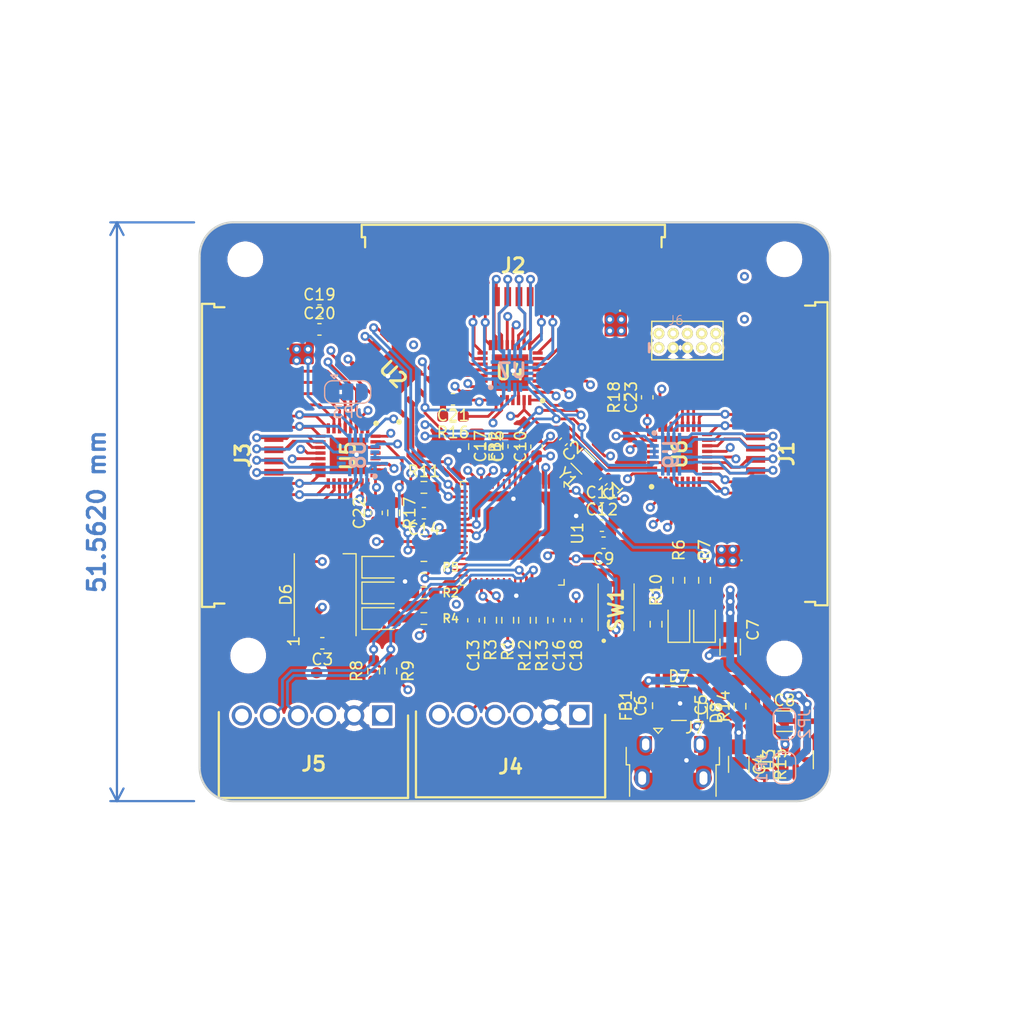
<source format=kicad_pcb>
(kicad_pcb (version 20221018) (generator pcbnew)
  (title_block (title "Led driver board BabySim") (date "10-09-2023") (rev "V1.0") (company "Health Concept Lab") (comment 1 "Author(s): Emiel Visser"))
  (layers (0 "F.Cu" signal) (1 "In1.Cu" power) (2 "In2.Cu" power) (31 "B.Cu" signal) (34 "B.Paste" user) (35 "F.Paste" user) (36 "B.SilkS" user "B.Silkscreen") (37 "F.SilkS" user "F.Silkscreen") (38 "B.Mask" user) (39 "F.Mask" user) (44 "Edge.Cuts" user))
  (net 0 "")
  (net 1 "VBUS")
  (net 2 "GNDD")
  (net 3 "/Power/3.3v")
  (net 4 "/VDDCORE")
  (net 5 "+3V3")
  (net 6 "/Power/SHIELD")
  (net 7 "/PA0_XTAL")
  (net 8 "/PA1_XTAL")
  (net 9 "+5V")
  (net 10 "/VDDANA")
  (net 11 "Net-(D1-A)")
  (net 12 "Net-(D2-A)")
  (net 13 "Net-(D3-A)")
  (net 14 "Net-(D4-A)")
  (net 15 "Net-(J7-VBUS)")
  (net 16 "/D8_NEOPIXEL")
  (net 17 "/LedDriver/LEDMODE")
  (net 18 "/LedDriver/LEDSOUT-1")
  (net 19 "/LedDriver/LEDSOUT-2")
  (net 20 "/SWDIO{slash}2.3D")
  (net 21 "/SWCLK{slash}2.3D")
  (net 22 "/~{RESET}{slash}2.1B")
  (net 23 "/SCL")
  (net 24 "/INT4")
  (net 25 "/SDA")
  (net 26 "/INT5")
  (net 27 "/LED3-0")
  (net 28 "/LED3-1")
  (net 29 "/LED3-2")
  (net 30 "/LED3-3")
  (net 31 "/LED3-4")
  (net 32 "/LED3-5")
  (net 33 "/LED3-6")
  (net 34 "/LED3-7")
  (net 35 "/LED3-8")
  (net 36 "/LED3-9")
  (net 37 "/LED3-10")
  (net 38 "/LED3-11")
  (net 39 "/LED3-12")
  (net 40 "/LED3-13")
  (net 41 "/LED3-14")
  (net 42 "/LED3-15")
  (net 43 "/LED1-0")
  (net 44 "/LED1-1")
  (net 45 "/LED1-2")
  (net 46 "/LED1-3")
  (net 47 "/LED1-4")
  (net 48 "/LED1-5")
  (net 49 "Net-(U3-EN)")
  (net 50 "/PA7_FLASH_CS")
  (net 51 "/~{RESET}")
  (net 52 "/D5_HEALTH")
  (net 53 "/D14_HB")
  (net 54 "/AREF")
  (net 55 "/D4_FLASHMOSI")
  (net 56 "/D3_FLASHSCK")
  (net 57 "/D2_FLASHMISO")
  (net 58 "/USB_D-")
  (net 59 "/USB_D+")
  (net 60 "Net-(U4-IREF)")
  (net 61 "/LED1-6")
  (net 62 "/LED1-7")
  (net 63 "/LED1-8")
  (net 64 "/LED1-9")
  (net 65 "/LED1-10")
  (net 66 "/LED1-11")
  (net 67 "/LED1-12")
  (net 68 "/LED1-13")
  (net 69 "/LED1-14")
  (net 70 "/LED1-15")
  (net 71 "/LED2-0")
  (net 72 "/LED2-1")
  (net 73 "/LED2-2")
  (net 74 "/LED2-3")
  (net 75 "/LED2-4")
  (net 76 "/LED2-5")
  (net 77 "/LED2-6")
  (net 78 "/LED2-7")
  (net 79 "/LED2-8")
  (net 80 "/LED2-9")
  (net 81 "/LED2-10")
  (net 82 "/LED2-11")
  (net 83 "/LED2-12")
  (net 84 "/LED2-13")
  (net 85 "/LED2-14")
  (net 86 "/LED2-15")
  (net 91 "Net-(D5-A)")
  (net 92 "/SCL_IO")
  (net 93 "/SDA_IO")
  (net 95 "/TXLED")
  (net 96 "/RXLED")
  (net 97 "/LEDBLANK")
  (net 98 "/LEDXLAT")
  (net 99 "/LEDSCLK")
  (net 100 "/LEDSIN")
  (net 101 "/LEDGSLCK")
  (net 102 "/USB_TERM_D-")
  (net 103 "/USB_TERM_D+")
  (net 104 "Net-(U5-IREF)")
  (net 105 "Net-(U6-IREF)")
  (net 110 "unconnected-(U4-NC_1-Pad12)")
  (net 111 "unconnected-(U4-NC_2-Pad13)")
  (net 115 "unconnected-(U5-NC_1-Pad12)")
  (net 116 "unconnected-(U5-NC_2-Pad13)")
  (net 120 "unconnected-(U6-NC_1-Pad12)")
  (net 121 "unconnected-(U6-NC_2-Pad13)")
  (net 144 "/USBHOSTEN")
  (net 145 "/SWCLK")
  (net 146 "/SWDIO")
  (footprint "LED_SMD:LED_0805_2012Metric_Pad1.15x1.40mm_HandSolder" (layer "F.Cu") (at 141.534 106.934)
    (fp_text reference "D2" hide)
    (fp_text value "GREEN")
  )
  (footprint "Capacitor_SMD:C_0603_1608Metric_Pad1.08x0.95mm_HandSolder" (layer "F.Cu") (at 151.666 91.5935 90)
    (fp_text reference "C17")
    (fp_text value "10uF")
  )
  (footprint "SamacSys_Parts:QFN50P500X500X100-33N-D" (layer "F.Cu") (at 152.864 85.024 180)
    (fp_text reference "U4")
    (fp_text value "TLC59401RHBR" hide)
  )
  (footprint "Capacitor_SMD:C_0603_1608Metric_Pad1.08x0.95mm_HandSolder" (layer "F.Cu") (at 158.75 107.0875 -90)
    (fp_text reference "C18")
    (fp_text value "10uF")
  )
  (footprint "Capacitor_SMD:C_0603_1608Metric_Pad1.08x0.95mm_HandSolder" (layer "F.Cu") (at 136.144 109.141 180)
    (fp_text reference "C3")
    (fp_text value "1uF")
  )
  (footprint "Capacitor_SMD:C_0603_1608Metric_Pad1.08x0.95mm_HandSolder" (layer "F.Cu") (at 161.1895 100.1815 180)
    (fp_text reference "C9")
    (fp_text value "10uF")
  )
  (footprint "Capacitor_SMD:C_0603_1608Metric_Pad1.08x0.95mm_HandSolder" (layer "F.Cu") (at 161.036 97.1335)
    (fp_text reference "C11")
    (fp_text value "100nF")
  )
  (footprint "Resistor_SMD:R_0603_1608Metric_Pad0.98x0.95mm_HandSolder" (layer "F.Cu") (at 154.148 107.0875 90)
    (fp_text reference "R12")
    (fp_text value "27")
  )
  (footprint "Fiducial:Fiducial_1mm_Mask2mm" (layer "F.Cu") (at 170.688 74.93)
    (fp_text reference "FID1" hide)
    (fp_text value "Fiducial")
  )
  (footprint "Package_TO_SOT_SMD:SOT-23-5" (layer "F.Cu") (at 178.308 119.5125 90)
    (fp_text reference "U3")
    (fp_text value "AP2112K-3.3")
  )
  (footprint "Package_TO_SOT_SMD:SOT-143" (layer "F.Cu") (at 167.905 114.4555)
    (fp_text reference "D7")
    (fp_text value "PRTR5V0U2X")
  )
  (footprint "Capacitor_SMD:C_0402_1005Metric_Pad0.74x0.62mm_HandSolder" (layer "F.Cu") (at 157.612117 91.186 -135)
    (fp_text reference "C2")
    (fp_text value "22pF")
  )
  (footprint "Capacitor_SMD:C_0603_1608Metric_Pad1.08x0.95mm_HandSolder" (layer "F.Cu") (at 149.606 107.0875 -90)
    (fp_text reference "C13")
    (fp_text value "100nF")
  )
  (footprint "Inductor_SMD:L_0805_2012Metric_Pad1.15x1.40mm_HandSolder" (layer "F.Cu") (at 149.888 91.6105 -90)
    (fp_text reference "FB2")
    (fp_text value "FerriteBead")
  )
  (footprint "LED_SMD:LED_0805_2012Metric_Pad1.15x1.40mm_HandSolder" (layer "F.Cu") (at 170.18 107.188 90)
    (fp_text reference "D5" hide)
    (fp_text value "ORANGE")
  )
  (footprint "Capacitor_SMD:C_0603_1608Metric_Pad1.08x0.95mm_HandSolder" (layer "F.Cu") (at 161.036 98.6575)
    (fp_text reference "C12")
    (fp_text value "10uF")
  )
  (footprint "SamacSys_Parts:PTS810SJG250SMTRLFS" (layer "F.Cu") (at 162.306 105.918 90)
    (fp_text reference "SW1")
    (fp_text value "SW_Push" hide)
  )
  (footprint "SamacSys_Parts:QFN50P500X500X100-33N-D" (layer "F.Cu") (at 138.43 92.442 -90)
    (fp_text reference "U5")
    (fp_text value "TLC59401RHBR" hide)
  )
  (footprint "SamacSys_Parts:SHDRRA6W70P0X250_1X6_1670X750X510P" (layer "F.Cu") (at 141.478 115.57 180)
    (fp_text reference "J5")
    (fp_text value "1778667" hide)
  )
  (footprint "Resistor_SMD:R_0603_1608Metric_Pad0.98x0.95mm_HandSolder" (layer "F.Cu") (at 147.78 88.924 180)
    (fp_text reference "R16")
    (fp_text value "2k")
  )
  (footprint "Capacitor_SMD:C_0603_1608Metric_Pad1.08x0.95mm_HandSolder" (layer "F.Cu") (at 140.97 97.5205 -90)
    (fp_text reference "C22")
    (fp_text value "100nF")
  )
  (footprint "SamacSys_Parts:SHDRRA6W70P0X250_1X6_1670X750X510P" (layer "F.Cu") (at 159.033 115.5095 180)
    (fp_text reference "J4")
    (fp_text value "1778667" hide)
  )
  (footprint "Resistor_SMD:R_0603_1608Metric_Pad0.98x0.95mm_HandSolder" (layer "F.Cu") (at 170.18 103.5285 -90)
    (fp_text reference "R7")
    (fp_text value "330")
  )
  (footprint "Capacitor_SMD:C_0603_1608Metric_Pad1.08x0.95mm_HandSolder" (layer "F.Cu") (at 157.226 107.0875 -90)
    (fp_text reference "C16")
    (fp_text value "100nF")
  )
  (footprint "Resistor_SMD:R_0603_1608Metric_Pad0.98x0.95mm_HandSolder" (layer "F.Cu") (at 142.494 97.5205 -90)
    (fp_text reference "R17")
    (fp_text value "2k")
  )
  (footprint "Connector_USB:USB_Micro-B_Amphenol_10103594-0001LF_Horizontal" (layer "F.Cu") (at 167.381 120.0315)
    (fp_text reference "J7")
    (fp_text value "USB_B_Mini")
  )
  (footprint "LED_SMD:LED_0805_2012Metric_Pad1.15x1.40mm_HandSolder" (layer "F.Cu") (at 141.534 102.362)
    (fp_text reference "D3" hide)
    (fp_text value "RED")
  )
  (footprint "Resistor_SMD:R_0603_1608Metric_Pad0.98x0.95mm_HandSolder" (layer "F.Cu") (at 145.1845 106.934 180)
    (fp_text reference "R4")
    (fp_text value "470")
  )
  (footprint "LED_SMD:LED_0805_2012Metric_Pad1.15x1.40mm_HandSolder" (layer "F.Cu") (at 167.894 107.188 90)
    (fp_text reference "D4" hide)
    (fp_text value "GREEN")
  )
  (footprint "Capacitor_SMD:C_0603_1608Metric_Pad1.08x0.95mm_HandSolder" (layer "F.Cu") (at 165.078 87.2235 90)
    (fp_text reference "C23")
    (fp_text value "100nF")
  )
  (footprint "Resistor_SMD:R_0603_1608Metric_Pad0.98x0.95mm_HandSolder" (layer "F.Cu") (at 175.514 119.9265 -90)
    (fp_text reference "R15")
    (fp_text value "100k")
  )
  (footprint "Capacitor_SMD:C_0603_1608Metric_Pad1.08x0.95mm_HandSolder" (layer "F.Cu") (at 163.063 114.6975 -90)
    (fp_text reference "C6")
    (fp_text value "100uF")
  )
  (footprint "SamacSys_Parts:FFC3B1120T" (layer "F.Cu") (at 128.626 92.398 -90)
    (fp_text reference "J3")
    (fp_text value "FFC3B11-20-T" hide)
  )
  (footprint "MountingHole:MountingHole_2.7mm_M2.5_DIN965" (layer "F.Cu") (at 129.286 74.93)
    (fp_text reference "H1" hide)
    (fp_text value "MountingHole")
  )
  (footprint "Sparkfun_Connectors:2X5-PTH-1.27MM" (layer "F.Cu") (at 168.656 82.169)
    (fp_text reference "J6")
    (fp_text value "CORTEX_DEBUGPTH")
  )
  (footprint "Package_DFN_QFN:QFN-64-1EP_9x9mm_P0.5mm_EP4.7x4.7mm" (layer "F.Cu") (at 153.0675 99.345 -90)
    (fp_text reference "U1")
    (fp_text value "ATSAMD21J18A-M")
  )
  (footprint "LED_SMD:LED_WS2812B_PLCC4_5.0x5.0mm_P3.2mm" (layer "F.Cu") (at 136.398 104.812 90)
    (fp_text reference "D6")
    (fp_text value "WS2812B")
  )
  (footprint "Resistor_SMD:R_0603_1608Metric_Pad0.98x0.95mm_HandSolder" (layer "F.Cu") (at 145.1895 102.367 180)
    (fp_text reference "R5")
    (fp_text value "330")
  )
  (footprint "SamacSys_Parts:QFN50P500X500X100-33N-D" (layer "F.Cu") (at 167.962 92.292 90)
    (fp_text reference "U6")
    (fp_text value "TLC59401RHBR" hide)
  )
  (footprint "Capacitor_SMD:C_1206_3216Metric_Pad1.33x1.80mm_HandSolder" (layer "F.Cu") (at 172.466 109.474 90)
    (fp_text reference "C7")
    (fp_text value "10uF")
  )
  (footprint "Capacitor_SMD:C_1206_3216Metric_Pad1.33x1.80mm_HandSolder" (layer "F.Cu") (at 177.292 116.078)
    (fp_text reference "C8")
    (fp_text value "1uF")
  )
  (footprint "SamacSys_Parts:SON127P600X500X75-9N-D" (layer "F.Cu") (at 142.451758 85.165733 135)
    (fp_text reference "U2")
    (fp_text value "IS25LP032D-JLLE" hide)
  )
  (footprint "Resistor_SMD:R_0603_1608Metric_Pad0.98x0.95mm_HandSolder" (layer "F.Cu") (at 167.894 103.5285 -90)
    (fp_text reference "R6")
    (fp_text value "470")
  )
  (footprint "Capacitor_SMD:C_0603_1608Metric_Pad1.08x0.95mm_HandSolder" (layer "F.Cu") (at 135.89 81.176)
    (fp_text reference "C20")
    (fp_text value "4.7uF")
  )
  (footprint "Fiducial:Fiducial_1mm_Mask2mm" (layer "F.Cu") (at 135.382 74.93)
    (fp_text reference "FID3" hide)
    (fp_text value "Fiducial")
  )
  (footprint "Resistor_SMD:R_0603_1608Metric_Pad0.98x0.95mm_HandSolder" (layer "F.Cu") (at 165.862 107.442 90)
    (fp_text reference "R10")
    (fp_text value "10k")
  )
  (footprint "Resistor_SMD:R_0603_1608Metric_Pad0.98x0.95mm_HandSolder" (layer "F.Cu") (at 152.654 107.0845 90)
    (fp_text reference "R1")
    (fp_text value "4.7k")
  )
  (footprint "Capacitor_SMD:C_1206_3216Metric_Pad1.33x1.80mm_HandSolder" (layer "F.Cu") (at 173.228 119.9265 -90)
    (fp_text reference "C4")
    (fp_text value "10uF")
  )
  (footprint "Resistor_SMD:R_0603_1608Metric_Pad0.98x0.95mm_HandSolder" (layer "F.Cu") (at 145.1845 104.648 180)
    (fp_text reference "R2")
    (fp_text value "330")
  )
  (footprint "Resistor_SMD:R_0603_1608Metric_Pad0.98x0.95mm_HandSolder" (layer "F.Cu") (at 140.716 111.6095 -90)
    (fp_text reference "R9")
    (fp_text value "4.7k")
  )
  (footprint "SamacSys_Parts:FFC3B1120T" (layer "F.Cu") (at 153.154 75.056 180)
    (fp_text reference "J2")
    (fp_text value "FFC3B11-20-T" hide)
  )
  (footprint "SamacSys_Parts:FFC3B1120T" (layer "F.Cu") (at 177.93 92.254 90)
    (fp_text reference "J1")
    (fp_text value "FFC3B11-20-T" hide)
  )
  (footprint "Capacitor_SMD:C_0402_1005Metric_Pad0.74x0.62mm_HandSolder" (layer "F.Cu") (at 161.168117 94.742 -135)
    (fp_text reference "C1")
    (fp_text value "22pF")
  )
  (footprint "Capacitor_SMD:C_0805_2012Metric_Pad1.18x1.45mm_HandSolder" (layer "F.Cu") (at 171.558 114.625 90)
    (fp_text reference "C5")
    (fp_text value "4.7nF 1kV")
  )
  (footprint "MountingHole:MountingHole_2.7mm_M2.5_DIN965" (layer "F.Cu") (at 177.292 74.93)
    (fp_text reference "H2" hide)
    (fp_text value "MountingHole")
  )
  (footprint "Resistor_SMD:R_0603_1608Metric_Pad0.98x0.95mm_HandSolder" (layer "F.Cu") (at 145.1915 95.25)
    (fp_text reference "R11")
    (fp_text value "10k")
  )
  (footprint "Resistor_SMD:R_0603_1608Metric_Pad0.98x0.95mm_HandSolder" (layer "F.Cu") (at 173.336 114.75 90)
    (fp_text reference "R14")
    (fp_text value "1M")
  )
  (footprint "Resistor_SMD:R_0603_1608Metric_Pad0.98x0.95mm_HandSolder" (layer "F.Cu") (at 151.13 107.0845 -90)
    (fp_text reference "R3")
    (fp_text value "4.7k")
  )
  (footprint "Capacitor_SMD:C_0603_1608Metric_Pad1.08x0.95mm_HandSolder" (layer "F.Cu") (at 145.1875 97.547 180)
    (fp_text reference "C14")
    (fp_text value "100nF")
  )
  (footprint "Crystal:Crystal_SMD_3215-2Pin_3.2x1.5mm" (layer "F.Cu") (at 159.390117 92.964 135)
    (fp_text reference "Y1")
    (fp_text value "32.768mHz")
  )
  (footprint "Capacitor_SMD:C_0603_1608Metric_Pad1.08x0.95mm_HandSolder" (layer "F.Cu") (at 155.222 91.6195 90)
    (fp_text reference "C10")
    (fp_text value "1uF")
  )
  (footprint "MountingHole:MountingHole_2.7mm_M2.5_DIN965" (layer "F.Cu") (at 177.292 110.49)
    (fp_text reference "H3" hide)
    (fp_text value "MountingHole")
  )
  (footprint "Capacitor_SMD:C_0603_1608Metric_Pad1.08x0.95mm_HandSolder" (layer "F.Cu") (at 147.777 87.4 180)
    (fp_text reference "C21")
    (fp_text value "100nF")
  )
  (footprint "MountingHole:MountingHole_2.7mm_M2.5_DIN965" (layer "F.Cu") (at 129.54 110.236)
    (fp_text reference "H4" hide)
    (fp_text value "MountingHole")
  )
  (footprint "Resistor_SMD:R_0603_1608Metric_Pad0.98x0.95mm_HandSolder" (layer "F.Cu") (at 163.554 87.2235 90)
    (fp_text reference "R18")
    (fp_text value "2k")
  )
  (footprint "Resistor_SMD:R_0603_1608Metric_Pad0.98x0.95mm_HandSolder" (layer "F.Cu") (at 142.24 111.6095 90)
    (fp_text reference "R8")
    (fp_text value "4.7k")
  )
  (footprint "Inductor_SMD:L_0805_2012Metric_Pad1.15x1.40mm_HandSolder" (layer "F.Cu") (at 164.841 114.6975 90)
    (fp_text reference "FB1")
    (fp_text value "FerriteBead")
  )
  (footprint "Capacitor_SMD:C_0603_1608Metric_Pad1.08x0.95mm_HandSolder" (layer "F.Cu") (at 153.19 91.5935 90)
    (fp_text reference "C15")
    (fp_text value "100nF")
  )
  (footprint "Diode_SMD:D_SOD-923" (layer "F.Cu") (at 170.034 115.346 -90)
    (fp_text reference "D8")
    (fp_text value "ESD9B5.0ST5G")
  )
  (footprint "Fiducial:Fiducial_1mm_Mask2mm" (layer "F.Cu") (at 135.636 111.76)
    (fp_text reference "FID2" hide)
    (fp_text value "Fiducial")
  )
  (footprint "Resistor_SMD:R_0603_1608Metric_Pad0.98x0.95mm_HandSolder" (layer "F.Cu") (at 155.702 107.0875 90)
    (fp_text reference "R13")
    (fp_text value "27")
  )
  (footprint "LED_SMD:LED_0805_2012Metric_Pad1.15x1.40mm_HandSolder" (layer "F.Cu") (at 141.534 104.648)
    (fp_text reference "D1" hide)
    (fp_text value "BLUE")
  )
  (footprint "Capacitor_SMD:C_0603_1608Metric_Pad1.08x0.95mm_HandSolder" (layer "F.Cu") (at 135.89 79.502)
    (fp_text reference "C19")
    (fp_text value "100nF")
  )
  (footprint "SamacSys_Parts:QFN50P300X300X100-17N-D" (layer "B.Cu") (at 153.038 84.836)
    (fp_text reference "U7")
    (fp_text value "PCA9670BS,118" hide)
  )
  (footprint "Jumper:SolderJumper-2_P1.3mm_Open_RoundedPad1.0x1.5mm" (layer "B.Cu") (at 177.292 116.332 90)
    (fp_text reference "JP2")
    (fp_text value "Jumper_2_Open")
  )
  (footprint "SamacSys_Parts:QFN50P300X300X100-17N-D" (layer "B.Cu") (at 139.334 92.352 90)
    (fp_text reference "U8")
    (fp_text value "PCA9670BS,118" hide)
  )
  (footprint "Jumper:SolderJumper-2_P1.3mm_Open_RoundedPad1.0x1.5mm" (layer "B.Cu") (at 177.292 120.254 90)
    (fp_text reference "JP1")
    (fp_text value "Jumper_2_Open")
  )
  (footprint "SamacSys_Parts:QFN50P300X300X100-17N-D" (layer "B.Cu") (at 167.204 92.3 -90)
    (fp_text reference "U9")
    (fp_text value "PCA9670BS,118" hide)
  )
  (footprint "Jumper:SolderJumper-3_P1.3mm_Bridged2Bar12_RoundedPad1.0x1.5mm" (layer "B.Cu") (at 138.4 86.752)
    (fp_text reference "JP3")
    (fp_text value "Jumper_3_Bridged12")
  )
  (gr_line (start 181.356 74.639) (end 181.356 120.201) (stroke (width 0.2)) (layer "Edge.Cuts"))
  (gr_arc (start 128.222 123.201) (mid 126.10068 122.32232) (end 125.222 120.201) (stroke (width 0.2)) (layer "Edge.Cuts"))
  (gr_line (start 128.222 71.639) (end 178.356 71.639) (stroke (width 0.2)) (layer "Edge.Cuts"))
  (gr_line (start 125.222 120.201) (end 125.222 74.639) (stroke (width 0.2)) (layer "Edge.Cuts"))
  (gr_arc (start 181.356 120.201) (mid 180.47732 122.32232) (end 178.356 123.201) (stroke (width 0.2)) (layer "Edge.Cuts"))
  (gr_arc (start 125.222 74.639) (mid 126.10068 72.51768) (end 128.222 71.639) (stroke (width 0.2)) (layer "Edge.Cuts"))
  (gr_line (start 178.356 123.201) (end 128.222 123.201) (stroke (width 0.2)) (layer "Edge.Cuts"))
  (gr_arc (start 178.356 71.639) (mid 180.47732 72.51768) (end 181.356 74.639) (stroke (width 0.2)) (layer "Edge.Cuts"))
  (dimension (type aligned) (layer "B.Cu") (pts (xy 125.222 123.201) (xy 125.222 71.639)) (height -7.366) (gr_text "51.5620 mm" (at 116.056 97.42 90) (layer "B.Cu") (effects (font (size 1.5 1.5) (thickness 0.3)))) (format (prefix "") (suffix "") (units 3) (units_format 1) (precision 4)) (style (thickness 0.2) (arrow_length 1.27) (text_position_mode 0) (extension_height 0.58642) (extension_offset 0.5) keep_text_aligned))
  (segment (start 177.15 120.65) (end 175.514 119.014) (width 0.7) (layer "F.Cu") (net 1))
  (segment (start 168.905 113.5055) (end 168.813001 113.5055) (width 0.7) (layer "F.Cu") (net 1))
  (segment (start 164.841 113.6725) (end 164.841 112.831) (width 0.7) (layer "F.Cu") (net 1))
  (segment (start 164.841 112.831) (end 165.208 112.464) (width 0.7) (layer "F.Cu") (net 1))
  (segment (start 163.063 113.835) (end 164.6785 113.835) (width 0.7) (layer "F.Cu") (net 1))
  (segment (start 174.864 118.364) (end 175.514 119.014) (width 0.7) (layer "F.Cu") (net 1))
  (segment (start 173.228 117.094) (end 173.228 118.364) (width 0.7) (layer "F.Cu") (net 1))
  (segment (start 168.813001 113.5055) (end 167.771501 112.464) (width 0.7) (layer "F.Cu") (net 1))
  (segment (start 173.228 118.364) (end 174.864 118.364) (width 0.7) (layer "F.Cu") (net 1))
  (segment (start 164.6785 113.835) (end 164.841 113.6725) (width 0.7) (layer "F.Cu") (net 1))
  (segment (start 177.358 120.65) (end 177.15 120.65) (width 0.7) (layer "F.Cu") (net 1))
  (via (at 173.228 117.094) (size 0.8) (drill 0.4) (layers "F.Cu" "B.Cu") (net 1))
  (via (at 165.208 112.464) (size 0.8) (drill 0.4) (layers "F.Cu" "B.Cu") (net 1))
  (via (at 167.771501 112.464) (size 0.8) (drill 0.4) (layers "F.Cu" "B.Cu") (net 1))
  (segment (start 169.614 112.464) (end 173.228 116.078) (width 0.7) (layer "B.Cu") (net 1))
  (segment (start 165.208 112.464) (end 167.771501 112.464) (width 0.7) (layer "B.Cu") (net 1))
  (segment (start 167.771501 112.464) (end 169.614 112.464) (width 0.7) (layer "B.Cu") (net 1))
  (segment (start 175.006 120.904) (end 173.228 119.126) (width 0.7) (layer "B.Cu") (net 1))
  (segment (start 173.228 116.078) (end 173.228 117.094) (width 0.7) (layer "B.Cu") (net 1))
  (segment (start 177.292 120.904) (end 175.006 120.904) (width 0.7) (layer "B.Cu") (net 1))
  (segment (start 173.228 119.126) (end 173.228 117.094) (width 0.7) (layer "B.Cu") (net 1))
  (segment (start 149.68183 97.536) (end 149.86 97.536) (width 0.25) (layer "F.Cu") (net 2))
  (segment (start 158.75 96.774) (end 158.75 97.79) (width 0.25) (layer "F.Cu") (net 2))
  (segment (start 153.8175 94.9325) (end 153.8175 94.0865) (width 0.25) (layer "F.Cu") (net 2))
  (segment (start 142.451758 85.165733) (end 142.451758 85.047758) (width 0.25) (layer "F.Cu") (net 2))
  (segment (start 149.3175 104.4395) (end 148.844 104.913) (width 0.25) (layer "F.Cu") (net 2))
  (segment (start 145.814051 85.833949) (end 145.145835 85.165733) (width 0.25) (layer "F.Cu") (net 2))
  (segment (start 145.145835 85.165733) (end 142.451758 85.165733) (width 0.25) (layer "F.Cu") (net 2))
  (segment (start 156.738512 91.303) (end 157.256795 90.784717) (width 0.25) (layer "F.Cu") (net 2))
  (segment (start 156.402 107.126) (end 157.226 107.95) (width 0.25) (layer "F.Cu") (net 2))
  (segment (start 145.814051 85.833949) (end 145.814051 85.957801) (width 0.25) (layer "F.Cu") (net 2))
  (segment (start 157.48 100.595) (end 156.21 100.595) (width 0.25) (layer "F.Cu") (net 2))
  (segment (start 139.18 91.692) (end 139.192 91.68) (width 0.25) (layer "F.Cu") (net 2))
  (segment (start 153.8175 94.9325) (end 153.8175 95.6105) (width 0.25) (layer "F.Cu") (net 2))
  (segment (start 149.3175 103.7575) (end 149.3175 104.4395) (width 0.25) (layer "F.Cu") (net 2))
  (segment (start 149.12283 98.095) (end 149.68183 97.536) (width 0.25) (layer "F.Cu") (net 2))
  (segment (start 161.5694 94.340717) (end 161.5694 95.097322) (width 0.25) (layer "F.Cu") (net 2))
  (segment (start 155.196 90.731) (end 155.222 90.757) (width 0.25) (layer "F.Cu") (net 2))
  (segment (start 160.233222 96.4335) (end 159.0905 96.4335) (width 0.25) (layer "F.Cu") (net 2))
  (segment (start 159.0905 96.4335) (end 158.75 96.774) (width 0.25) (layer "F.Cu") (net 2))
  (segment (start 145.814051 85.833949) (end 146.558 85.09) (width 0.25) (layer "F.Cu") (net 2))
  (segment (start 138.532 92.34) (end 138.43 92.442) (width 0.25) (layer "F.Cu") (net 2))
  (segment (start 148.655 98.095) (end 147.777 98.095) (width 0.25) (layer "F.Cu") (net 2))
  (segment (start 147.777 98.095) (end 147.574 98.298) (width 0.25) (layer "F.Cu") (net 2))
  (segment (start 139.954 82.55) (end 138.684 82.55) (width 0.25) (layer "F.Cu") (net 2))
  (segment (start 142.444 98.383) (end 142.494 98.433) (width 0.25) (layer "F.Cu") (net 2))
  (segment (start 148.655 98.095) (end 149.12283 98.095) (width 0.25) (layer "F.Cu") (net 2))
  (segment (start 139.192 91.68) (end 139.192 92.34) (width 0.25) (layer "F.Cu") (net 2))
  (segment (start 153.614 85.774) (end 153.114 84.86) (width 0.25) (layer "F.Cu") (net 2))
  (segment (start 156.3175 104.802) (end 156.402 104.8865) (width 0.25) (layer "F.Cu") (net 2))
  (segment (start 140.88 91.692) (end 139.18 91.692) (width 0.25) (layer "F.Cu") (net 2))
  (segment (start 170.034 114.926) (end 170.2195 114.926) (width 0.4) (layer "F.Cu") (net 2))
  (segment (start 157.48 100.595) (end 158.739 100.595) (width 0.25) (layer "F.Cu") (net 2))
  (segment (start 146.9145 87.05825) (end 146.9145 87.4) (width 0.25) (layer "F.Cu") (net 2))
  (segment (start 161.5694 95.097322) (end 160.233222 96.4335) (width 0.25) (layer "F.Cu") (net 2))
  (segment (start 168.656 119.43) (end 168.519002 119.566998) (width 0.4) (layer "F.Cu") (net 2))
  (segment (start 142.451758 85.165733) (end 142.451758 82.592242) (width 0.25) (layer "F.Cu") (net 2))
  (segment (start 153.614 87.474) (end 153.614 85.774) (width 0.25) (layer "F.Cu") (net 2))
  (segment (start 168.656 118.2665) (end 168.656 119.43) (width 0.4) (layer "F.Cu") (net 2))
  (segment (start 153.114 84.86) (end 152.864 85.024) (width 0.25) (layer "F.Cu") (net 2))
  (segment (start 156.3175 103.7575) (end 156.3175 104.802) (width 0.25) (layer "F.Cu") (net 2))
  (segment (start 168.519002 119.566998) (end 168.570326 119.566998) (width 0.4) (layer "F.Cu") (net 2))
  (segment (start 156.402 104.8865) (end 156.402 107.126) (width 0.25) (layer "F.Cu") (net 2))
  (segment (start 156.3175 103.7575) (end 156.3175 102.4805) (width 0.25) (layer "F.Cu") (net 2))
  (segment (start 142.494 98.433) (end 143.439 98.433) (width 0.25) (layer "F.Cu") (net 2))
  (segment (start 154.178 93.726) (end 154.178 89.916) (width 0.25) (layer "F.Cu") (net 2))
  (segment (start 139.192 92.34) (end 138.532 92.34) (width 0.25) (layer "F.Cu") (net 2))
  (segment (start 153.8175 94.0865) (end 154.178 93.726) (width 0.25) (layer "F.Cu") (net 2))
  (segment (start 143.439 98.433) (end 144.325 97.547) (width 0.25) (layer "F.Cu") (net 2))
  (segment (start 165.512 93.042) (end 167.212 93.042) (width 0.25) (layer "F.Cu") (net 2))
  (segment (start 153.8175 95.6105) (end 153.162 96.266) (width 0.25) (layer "F.Cu") (net 2))
  (segment (start 167.212 93.042) (end 167.962 92.292) (width 0.25) (layer "F.Cu") (net 2))
  (segment (start 155.222 90.757) (end 155.768 91.303) (width 0.25) (layer "F.Cu") (net 2))
  (segment (start 157.256795 90.784717) (end 158.0134 90.784717) (width 0.25) (layer "F.Cu") (net 2))
  (segment (start 142.451758 85.047758) (end 139.954 82.55) (width 0.25) (layer "F.Cu") (net 2))
  (segment (start 148.844 104.913) (end 148.844 105.167) (width 0.25) (layer "F.Cu") (net 2))
  (segment (start 151.666 90.731) (end 155.196 90.731) (width 0.25) (layer "F.Cu") (net 2))
  (segment (start 145.814051 85.957801) (end 146.9145 87.05825) (width 0.25) (layer "F.Cu") (net 2))
  (segment (start 155.768 91.303) (end 156.738512 91.303) (width 0.25) (layer "F.Cu") (net 2))
  (segment (start 170.2195 114.926) (end 171.558 113.5875) (width 0.4) (layer "F.Cu") (net 2))
  (segment (start 142.451758 82.592242) (end 143.51 81.534) (width 0.25) (layer "F.Cu") (net 2))
  (via (at 148.336 91.948) (size 0.8) (drill 0.4) (layers "F.Cu" "B.Cu") (net 2))
  (via (at 139.192 92.34) (size 0.8) (drill 0.4) (layers "F.Cu" "B.Cu") (net 2))
  (via (at 152.4 93.726) (size 0.8) (drill 0.4) (layers "F.Cu" "B.Cu") (net 2))
  (via (at 167.11 92.15) (size 0.8) (drill 0.4) (layers "F.Cu" "B.Cu") (net 2))
  (via (at 168.570326 119.566998) (size 0.8) (drill 0.4) (layers "F.Cu" "B.Cu") (net 2))
  (via (at 153.416 104.902) (size 0.8) (drill 0.4) (layers "F.Cu" "B.Cu") (net 2))
  (via (at 153.162 96.266) (size 0.8) (drill 0.4) (layers "F.Cu" "B.Cu") (net 2))
  (via (at 168.002 114.496) (size 0.8) (drill 0.4) (layers "F.Cu" "B.Cu") (net 2))
  (via (at 143.51 103.632) (size 0.8) (drill 0.4) (layers "F.Cu" "B.Cu") (net 2))
  (via (at 158.75 97.79) (size 0.8) (drill 0.4) (layers "F.Cu" "B.Cu") (net 2))
  (via (at 141.986 85.344) (size 0.8) (drill 0.4) (layers "F.Cu" "B.Cu") (net 2))
  (via (at 153.114 84.86) (size 0.8) (drill 0.4) (layers "F.Cu" "B.Cu") (net 2))
  (segment (start 138.93 92.602) (end 139.192 92.34) (width 0.25) (layer "B.Cu") (net 2))
  (segment (start 167.454 92.05) (end 167.204 92.3) (width 0.25) (layer "B.Cu") (net 2))
  (segment (start 166.454 90.8) (end 166.454 91.55) (width 0.25) (layer "B.Cu") (net 2))
  (segment (start 152.788 85.086) (end 153.038 84.836) (width 0.25) (layer "B.Cu") (net 2))
  (segment (start 137.834 92.602) (end 138.93 92.602) (width 0.25) (layer "B.Cu") (net 2))
  (segment (start 152.788 83.336) (end 152.788 84.586) (width 0.25) (layer "B.Cu") (net 2))
  (segment (start 168.704 92.05) (end 167.454 92.05) (width 0.25) (layer "B.Cu") (net 2))
  (segment (start 152.788 84.586) (end 153.038 84.836) (width 0.25) (layer "B.Cu") (net 2))
  (segment (start 140.084 93.852) (end 140.834 93.102) (width 0.25) (layer "B.Cu") (net 2))
  (segment (start 152.788 86.336) (end 152.788 85.086) (width 0.25) (layer "B.Cu") (net 2))
  (segment (start 151.538 85.586) (end 152.288 86.336) (width 0.25) (layer "B.Cu") (net 2))
  (segment (start 152.288 86.336) (end 152.788 86.336) (width 0.25) (layer "B.Cu") (net 2))
  (segment (start 166.454 91.55) (end 167.204 92.3) (width 0.25) (layer "B.Cu") (net 2))
  (segment (start 140.834 93.102) (end 140.084 93.102) (width 0.25) (layer "B.Cu") (net 2))
  (segment (start 140.084 93.102) (end 139.334 92.352) (width 0.25) (layer "B.Cu") (net 2))
  (segment (start 175.768 114.3) (end 175.7295 114.2615) (width 0.7) (layer "F.Cu") (net 3))
  (segment (start 175.7295 113.7535) (end 175.26 113.284) (width 0.7) (layer "F.Cu") (net 3))
  (segment (start 173.0125 111.0365) (end 172.466 111.0365) (width 0.7) (layer "F.Cu") (net 3))
  (segment (start 173.736 111.76) (end 173.0125 111.0365) (width 0.7) (layer "F.Cu") (net 3))
  (segment (start 177.358 117.7065) (end 175.7295 116.078) (width 0.7) (layer "F.Cu") (net 3))
  (segment (start 175.7295 116.078) (end 175.7295 114.3385) (width 0.7) (layer "F.Cu") (net 3))
  (segment (start 174.498 112.522) (end 173.736 111.76) (width 0.7) (layer "F.Cu") (net 3))
  (segment (start 175.7295 114.3385) (end 175.768 114.3) (width 0.7) (layer "F.Cu") (net 3))
  (segment (start 177.358 118.375) (end 177.358 117.7065) (width 0.7) (layer "F.Cu") (net 3))
  (segment (start 175.26 113.284) (end 174.498 112.522) (width 0.7) (layer "F.Cu") (net 3))
  (segment (start 175.7295 114.2615) (end 175.7295 113.7535) (width 0.7) (layer "F.Cu") (net 3))
  (via (at 177.358 118.138498) (size 0.8) (drill 0.4) (layers "F.Cu" "B.Cu") (net 3))
  (segment (start 177.292 118.072498) (end 177.292 116.982) (width 0.7) (layer "B.Cu") (net 3))
  (segment (start 177.358 118.138498) (end 177.292 118.072498) (width 0.7) (layer "B.Cu") (net 3))
  (segment (start 157.3205 100.075) (end 160.603 100.075) (width 0.25) (layer "F.Cu") (net 4))
  (segment (start 160.2205 100.075) (end 160.327 100.1815) (width 0.25) (layer "F.Cu") (net 4))
  (segment (start 148.607 97.547) (end 148.655 97.595) (width 0.25) (layer "F.Cu") (net 5))
  (segment (start 142.24 112.522) (end 143.002 112.522) (width 0.25) (layer "F.Cu") (net 5))
  (segment (start 163.068 96.266) (end 161.041 96.266) (width 0.25) (layer "F.Cu") (net 5))
  (segment (start 138.43 83.82) (end 138.43 83.838052) (width 0.25) (layer "F.Cu") (net 5))
  (segment (start 140.716 112.522) (end 142.24 112.522) (width 0.25) (layer "F.Cu") (net 5))
  (segment (start 149.606 106.473) (end 151.13 107.997) (width 0.25) (layer "F.Cu") (net 5))
  (segment (start 145.288 88.627495) (end 145.288 88.138) (width 0.25) (layer "F.Cu") (net 5))
  (segment (start 157.196 106.225) (end 158.72 106.225) (width 0.25) (layer "F.Cu") (net 5))
  (segment (start 159.256 99.575) (end 160.1735 98.6575) (width 0.25) (layer "F.Cu") (net 5))
  (segment (start 144.916025 86.731975) (end 145.288 87.10395) (width 0.25) (layer "F.Cu") (net 5))
  (segment (start 157.226 106.225) (end 157.226 105.675) (width 0.25) (layer "F.Cu") (net 5))
  (segment (start 157.226 105.675) (end 156.8175 105.2665) (width 0.25) (layer "F.Cu") (net 5))
  (segment (start 145.6425 97.547) (end 148.607 97.547) (width 0.25) (layer "F.Cu") (net 5))
  (segment (start 156.8175 105.2665) (end 156.8175 103.7575) (width 0.25) (layer "F.Cu") (net 5))
  (segment (start 149.888 90.5855) (end 149.563 90.9105) (width 0.25) (layer "F.Cu") (net 5))
  (segment (start 149.606 106.225) (end 149.606 104.787396) (width 0.25) (layer "F.Cu") (net 5))
  (segment (start 146.097 106.934) (end 146.097 107.141) (width 0.25) (layer "F.Cu") (net 5))
  (segment (start 134.748 107.262) (end 134.8 107.262) (width 0.7) (layer "F.Cu") (net 5))
  (segment (start 143.002 112.522) (end 143.764 113.284) (width 0.25) (layer "F.Cu") (net 5))
  (segment (start 138.43 83.838052) (end 139.089465 84.497517) (width 0.25) (layer "F.Cu") (net 5))
  (segment (start 146.05 97.021) (end 144.279 95.25) (width 0.25) (layer "F.Cu") (net 5))
  (segment (start 151.13 107.997) (end 152.654 107.997) (width 0.25) (layer "F.Cu") (net 5))
  (segment (start 158.75 106.225) (end 158.75 104.902) (width 0.25) (layer "F.Cu") (net 5))
  (segment (start 135.2815 109.141) (end 135.2815 107.7955) (width 0.7) (layer "F.Cu") (net 5))
  (segment (start 144.018 93.98) (end 144.018 94.989) (width 0.25) (layer "F.Cu") (net 5))
  (segment (start 149.8175 104.575896) (end 149.8175 103.7575) (width 0.25) (layer "F.Cu") (net 5))
  (segment (start 165.862 106.5295) (end 165.862 104.902) (width 0.25) (layer "F.Cu") (net 5))
  (segment (start 147.571005 90.9105) (end 145.288 88.627495) (width 0.25) (layer "F.Cu") (net 5))
  (segment (start 135.2815 107.7955) (end 134.748 107.262) (width 0.7) (layer "F.Cu") (net 5))
  (segment (start 144.018 94.989) (end 144.279 95.25) (width 0.25) (layer "F.Cu") (net 5))
  (segment (start 149.606 106.225) (end 149.606 106.473) (width 0.25) (layer "F.Cu") (net 5))
  (segment (start 149.606 104.787396) (end 149.8175 104.575896) (width 0.25) (layer "F.Cu") (net 5))
  (segment (start 139.089465 84.497517) (end 139.987491 83.599491) (width 0.25) (layer "F.Cu") (net 5))
  (segment (start 161.041 96.266) (end 160.1735 97.1335) (width 0.25) (layer "F.Cu") (net 5))
  (segment (start 152.654 107.997) (end 152.654 109.22) (width 0.25) (layer "F.Cu") (net 5))
  (segment (start 146.097 107.141) (end 144.78 108.458) (width 0.25) (layer "F.Cu") (net 5))
  (segment (start 145.288 87.10395) (end 145.288 88.138) (width 0.25) (layer "F.Cu") (net 5))
  (segment (start 157.3205 99.575) (end 159.256 99.575) (width 0.25) (layer "F.Cu") (net 5))
  (segment (start 134.8 107.262) (end 136.144 105.918) (width 0.7) (layer "F.Cu") (net 5))
  (segment (start 160.1735 97.1335) (end 160.1735 98.6575) (width 0.25) (layer "F.Cu") (net 5))
  (segment (start 146.05 97.547) (end 146.05 97.021) (width 0.25) (layer "F.Cu") (net 5))
  (segment (start 149.563 90.9105) (end 147.571005 90.9105) (width 0.25) (layer "F.Cu") (net 5))
  (via (at 170.597398 110.236) (size 0.8) (drill 0.4) (layers "F.Cu" "B.Cu") (net 5))
  (via (at 138.43 83.82) (size 0.8) (drill 0.4) (layers "F.Cu" "B.Cu") (net 5))
  (via (at 173.736 76.454) (size 0.8) (drill 0.4) (layers "F.Cu" "B.Cu") (net 5))
  (via (at 145.288 88.138) (size 0.8) (drill 0.4) (layers "F.Cu" "B.Cu") (net 5))
  (via (at 172.466 104.394) (size 0.8) (drill 0.4) (layers "F.Cu" "B.Cu") (net 5))
  (via (at 172.466 106.426) (size 0.8) (drill 0.4) (layers "F.Cu" "B.Cu") (net 5))
  (via (at 143.764 113.284) (size 0.8) (drill 0.4) (layers "F.Cu" "B.Cu") (net 5))
  (via (at 136.144 105.918) (size 0.8) (drill 0.4) (layers "F.Cu" "B.Cu") (net 5))
  (via (at 165.862 104.902) (size 0.8) (drill 0.4) (layers "F.Cu" "B.Cu") (net 5))
  (via (at 162.306 90.678) (size 0.8) (drill 0.4) (layers "F.Cu" "B.Cu") (net 5))
  (via (at 145.052815 84.055185) (size 0.8) (drill 0.4) (layers "F.Cu" "B.Cu") (net 5))
  (via (at 163.068 96.266) (size 0.8) (drill 0.4) (layers "F.Cu" "B.Cu") (net 5))
  (via (at 152.654 109.22) (size 0.8) (drill 0.4) (layers "F.Cu" "B.Cu") (net 5))
  (via (at 173.736 80.264) (size 0.8) (drill 0.4) (layers "F.Cu" "B.Cu") (net 5))
  (via (at 158.75 104.902) (size 0.8) (drill 0.4) (layers "F.Cu" "B.Cu") (net 5))
  (via (at 172.466 105.41) (size 0.8) (drill 0.4) (layers "F.Cu" "B.Cu") (net 5))
  (via (at 144.78 108.458) (size 0.8) (drill 0.4) (layers "F.Cu" "B.Cu") (net 5))
  (via (at 144.018 93.98) (size 0.8) (drill 0.4) (layers "F.Cu" "B.Cu") (net 5))
  (segment (start 177.15 115.682) (end 172.466 110.998) (width 0.7) (layer "B.Cu") (net 5))
  (segment (start 144.018 93.218) (end 144.018 93.98) (width 0.25) (layer "B.Cu") (net 5))
  (segment (start 170.597398 110.236) (end 170.851398 109.982) (width 0.7) (layer "B.Cu") (net 5))
  (segment (start 145.288 88.138) (end 145.288 84.328) (width 0.25) (layer "B.Cu") (net 5))
  (segment (start 140.834 92.602) (end 143.402 92.602) (width 0.25) (layer "B.Cu") (net 5))
  (segment (start 143.402 92.602) (end 144.018 93.218) (width 0.25) (layer "B.Cu") (net 5))
  (segment (start 172.466 109.982) (end 172.466 106.426) (width 0.7) (layer "B.Cu") (net 5))
  (segment (start 165.704 91.55) (end 165.704 92.55) (width 0.25) (layer "B.Cu") (net 5))
  (segment (start 151.99 88.355) (end 153.288 87.057) (width 0.25) (layer "B.Cu") (net 5))
  (segment (start 165.704 91.55) (end 164.832 90.678) (width 0.25) (layer "B.Cu") (net 5))
  (segment (start 172.466 106.426) (end 172.466 105.41) (width 0.7) (layer "B.Cu") (net 5))
  (segment (start 140.834 92.102) (end 140.834 92.602) (width 0.25) (layer "B.Cu") (net 5))
  (segment (start 145.288 84.328) (end 145.034 84.074) (width 0.25) (layer "B.Cu") (net 5))
  (segment (start 172.466 105.41) (end 172.466 104.394) (width 0.7) (layer "B.Cu") (net 5))
  (segment (start 145.034 84.074) (end 145.052815 84.055185) (width 0.25) (layer "B.Cu") (net 5))
  (segment (start 153.288 87.057) (end 153.288 86.336) (width 0.25) (layer "B.Cu") (net 5))
  (segment (start 177.292 115.682) (end 177.15 115.682) (width 0.7) (layer "B.Cu") (net 5))
  (segment (start 145.288 88.138) (end 145.505 88.355) (width 0.25) (layer "B.Cu") (net 5))
  (segment (start 164.832 90.678) (end 162.306 90.678) (width 0.25) (layer "B.Cu") (net 5))
  (segment (start 170.851398 109.982) (end 172.466 109.982) (width 0.7) (layer "B.Cu") (net 5))
  (segment (start 145.505 88.355) (end 151.99 88.355) (width 0.25) (layer "B.Cu") (net 5))
  (segment (start 172.466 110.998) (end 172.466 109.982) (width 0.7) (layer "B.Cu") (net 5))
  (segment (start 173.336 115.6625) (end 171.558 115.6625) (width 0.7) (layer "F.Cu") (net 6))
  (segment (start 170.356 119.4665) (end 170.356 118.2465) (width 1.5) (layer "F.Cu") (net 6))
  (segment (start 168.316 121.4165) (end 169.816 121.4165) (width 1.5) (layer "F.Cu") (net 6))
  (segment (start 164.896 121.4165) (end 164.626 121.1465) (width 1.5) (layer "F.Cu") (net 6))
  (segment (start 171.558 116.8445) (end 170.256 118.1465) (width 0.7) (layer "F.Cu") (net 6))
  (segment (start 171.558 115.6625) (end 171.558 116.8445) (width 0.7) (layer "F.Cu") (net 6))
  (segment (start 169.816 121.4165) (end 170.086 121.1465) (width 1.5) (layer "F.Cu") (net 6))
  (segment (start 166.396 121.4165) (end 164.896 121.4165) (width 1.5) (layer "F.Cu") (net 6))
  (segment (start 170.356 118.2465) (end 170.256 118.1465) (width 1.5) (layer "F.Cu") (net 6))
  (segment (start 170.086 118.4565) (end 169.776 118.1465) (width 0.4) (layer "F.Cu") (net 6))
  (segment (start 166.396 121.4165) (end 168.316 121.4165) (width 1.5) (layer "F.Cu") (net 6))
  (segment (start 164.626 120.2165) (end 164.626 118.2865) (width 1.5) (layer "F.Cu") (net 6))
  (segment (start 160.766834 94.340717) (end 160.274 93.847883) (width 0.25) (layer "F.Cu") (net 7))
  (segment (start 158.034234 93.847883) (end 160.274 93.847883) (width 0.25) (layer "F.Cu") (net 7))
  (segment (start 156.8175 94.9325) (end 157.902117 93.847883) (width 0.25) (layer "F.Cu") (net 7))
  (segment (start 160.766834 95.143283) (end 160.766834 94.340717) (width 0.25) (layer "F.Cu") (net 7))
  (segment (start 157.902117 93.847883) (end 158.034234 93.847883) (width 0.25) (layer "F.Cu") (net 7))
  (segment (start 157.210834 91.587283) (end 158.0134 91.587283) (width 0.25) (layer "F.Cu") (net 8))
  (segment (start 156.3175 94.9325) (end 156.3175 94.221805) (width 0.25) (layer "F.Cu") (net 8))
  (segment (start 158.120117 92.419188) (end 158.120117 92.334117) (width 0.25) (layer "F.Cu") (net 8))
  (segment (start 158.0134 91.587283) (end 158.506234 92.080117) (width 0.25) (layer "F.Cu") (net 8))
  (segment (start 156.3175 94.221805) (end 158.120117 92.419188) (width 0.25) (layer "F.Cu") (net 8))
  (segment (start 148.7135 87.474) (end 151.114 87.474) (width 0.25) (layer "F.Cu") (net 9))
  (segment (start 135.0275 79.502) (end 135.0275 82.7885) (width 0.7) (layer "F.Cu") (net 9))
  (segment (start 165.512 90.542) (end 165.078 90.108) (width 0.25) (layer "F.Cu") (net 9))
  (segment (start 142.076 93.192) (end 142.494 93.61) (width 0.25) (layer "F.Cu") (net 9))
  (segment (start 148.6395 87.4) (end 148.7135 87.474) (width 0.25) (layer "F.Cu") (net 9))
  (segment (start 142.494 93.61) (end 142.533299 93.570701) (width 0.25) (layer "F.Cu") (net 9))
  (segment (start 165.078 89.356) (end 165.078 88.086) (width 0.25) (layer "F.Cu") (net 9))
  (segment (start 163.908 91.542) (end 163.554 91.896) (width 0.25) (layer "F.Cu") (net 9))
  (segment (start 140.88 94.192) (end 140.88 96.568) (width 0.25) (layer "F.Cu") (net 9))
  (segment (start 151.348072 89.5035) (end 151.348072 89.126324) (width 0.25) (layer "F.Cu") (net 9))
  (segment (start 165.078 90.108) (end 165.078 89.356) (width 0.25) (layer "F.Cu") (net 9))
  (segment (start 140.88 93.192) (end 142.076 93.192) (width 0.25) (layer "F.Cu") (net 9))
  (segment (start 151.348072 89.126324) (end 152.114 88.360396) (width 0.25) (layer "F.Cu") (net 9))
  (segment (start 135.0275 82.7885) (end 134.874 82.942) (width 0.7) (layer "F.Cu") (net 9))
  (segment (start 165.512 91.542) (end 163.908 91.542) (width 0.25) (layer "F.Cu") (net 9))
  (segment (start 152.114 88.360396) (end 152.114 87.474) (width 0.25) (layer "F.Cu") (net 9))
  (segment (start 140.88 96.568) (end 140.97 96.658) (width 0.25) (layer "F.Cu") (net 9))
  (via (at 161.75 80.288) (size 0.8) (drill 0.4) (layers "F.Cu" "B.Cu") (net 9))
  (via (at 172.698 101.802) (size 0.8) (drill 0.4) (layers "F.Cu" "B.Cu") (net 9))
  (via (at 134.874 83.958) (size 0.8) (drill 0.4) (layers "F.Cu" "B.Cu") (net 9))
  (via (at 172.698 100.786) (size 0.8) (drill 0.4) (layers "F.Cu" "B.Cu") (net 9))
  (via (at 162.766 80.288) (size 0.8) (drill 0.4) (layers "F.Cu" "B.Cu") (net 9))
  (via (at 171.682 100.786) (size 0.8) (drill 0.4) (layers "F.Cu" "B.Cu") (net 9))
  (via (at 133.858 83.958) (size 0.8) (drill 0.4) (layers "F.Cu" "B.Cu") (net 9))
  (via (at 161.75 81.304) (size 0.8) (drill 0.4) (layers "F.Cu" "B.Cu") (net 9))
  (via (at 142.533299 93.570701) (size 0.8) (drill 0.4) (layers "F.Cu" "B.Cu") (net 9))
  (via (at 162.766 81.304) (size 0.8) (drill 0.4) (layers "F.Cu" "B.Cu") (net 9))
  (via (at 179.324 114.554) (size 0.8) (drill 0.4) (layers "F.Cu" "B.Cu") (net 9))
  (via (at 177.546 113.792) (size 0.8) (drill 0.4) (layers "F.Cu" "B.Cu") (net 9))
  (via (at 151.348072 89.5035) (size 0.8) (drill 0.4) (layers "F.Cu" "B.Cu") (net 9))
  (via (at 178.562 113.792) (size 0.8) (drill 0.4) (layers "F.Cu" "B.Cu") (net 9))
  (via (at 150.114 87.63) (size 0.8) (drill 0.4) (layers "F.Cu" "B.Cu") (net 9))
  (via (at 163.554 91.896) (size 0.8) (drill 0.4) (layers "F.Cu" "B.Cu") (net 9))
  (via (at 165.078 89.356) (size 0.8) (drill 0.4) (layers "F.Cu" "B.Cu") (net 9))
  (via (at 140.97 95.25) (size 0.8) (drill 0.4) (layers "F.Cu" "B.Cu") (net 9))
  (via (at 133.858 82.942) (size 0.8) (drill 0.4) (layers "F.Cu" "B.Cu") (net 9))
  (via (at 171.682 101.802) (size 0.8) (drill 0.4) (layers "F.Cu" "B.Cu") (net 9))
  (via (at 134.874 82.942) (size 0.8) (drill 0.4) (layers "F.Cu" "B.Cu") (net 9))
  (segment (start 178.338 119.604) (end 179.07 118.872) (width 0.7) (layer "B.Cu") (net 9))
  (segment (start 134.874 83.958) (end 134.874 87.122) (width 0.25) (layer "B.Cu") (net 9))
  (segment (start 134.874 87.122) (end 135.89 88.138) (width 0.25) (layer "B.Cu") (net 9))
  (segment (start 179.324 114.554) (end 178.562 113.792) (width 0.7) (layer "B.Cu") (net 9))
  (segment (start 179.324 118.618) (end 179.324 114.554) (width 0.7) (layer "B.Cu") (net 9))
  (segment (start 177.292 119.604) (end 178.338 119.604) (width 0.7) (layer "B.Cu") (net 9))
  (segment (start 179.07 118.872) (end 179.324 118.618) (width 0.7) (layer "B.Cu") (net 9))
  (segment (start 138.914 88.138) (end 139.7 87.352) (width 0.25) (layer "B.Cu") (net 9))
  (segment (start 178.562 113.792) (end 177.546 113.792) (width 0.7) (layer "B.Cu") (net 9))
  (segment (start 135.89 88.138) (end 138.914 88.138) (width 0.25) (layer "B.Cu") (net 9))
  (segment (start 139.7 87.352) (end 139.7 86.752) (width 0.25) (layer "B.Cu") (net 9))
  (segment (start 149.888 92.6355) (end 153.0105 92.6355) (width 0.25) (layer "F.Cu") (net 10))
  (segment (start 153.0105 92.6355) (end 153.19 92.456) (width 0.25) (layer "F.Cu") (net 10))
  (segment (start 153.3175 94.9325) (end 153.3175 92.0015) (width 0.25) (layer "F.Cu") (net 10))
  (segment (start 153.3175 92.5835) (end 153.19 92.456) (width 0.25) (layer "F.Cu") (net 10))
  (segment (start 142.559 104.648) (end 144.272 104.648) (width 0.7) (layer "F.Cu") (net 11))
  (segment (start 142.559 106.934) (end 144.272 106.934) (width 0.7) (layer "F.Cu") (net 12))
  (segment (start 142.559 102.362) (end 144.272 102.362) (width 0.7) (layer "F.Cu") (net 13))
  (segment (start 144.272 102.362) (end 144.277 102.367) (width 0.7) (layer "F.Cu") (net 13))
  (segment (start 167.894 106.163) (end 167.894 104.441) (width 0.7) (layer "F.Cu") (net 14))
  (segment (start 166.056 116.9375) (end 164.841 115.7225) (width 0.4) (layer "F.Cu") (net 15))
  (segment (start 166.056 118.2665) (end 166.056 116.9375) (width 0.4) (layer "F.Cu") (net 15))
  (segment (start 136.144 101.854) (end 135.256 101.854) (width 0.25) (layer "F.Cu") (net 16))
  (segment (start 149.8175 94.4455) (end 149.8175 94.9325) (width 0.25) (layer "F.Cu") (net 16))
  (segment (start 149.108867 93.736867) (end 149.8175 94.4455) (width 0.25) (layer "F.Cu") (net 16))
  (segment (start 135.256 101.854) (end 134.748 102.362) (width 0.25) (layer "F.Cu") (net 16))
  (segment (start 149.093173 93.736867) (end 149.108867 93.736867) (width 0.25) (layer "F.Cu") (net 16))
  (via (at 136.144 101.854) (size 0.8) (drill 0.4) (layers "F.Cu" "B.Cu") (net 16))
  (via (at 149.093173 93.736867) (size 0.8) (drill 0.4) (layers "F.Cu" "B.Cu") (net 16))
  (segment (start 139.18 86.602) (end 139.18 89.992) (width 0.25) (layer "F.Cu") (net 17))
  (segment (start 160.02 86.106) (end 159.688 85.774) (width 0.25) (layer "F.Cu") (net 17))
  (segment (start 167.212 98.472) (end 166.878 98.806) (width 0.25) (layer "F.Cu") (net 17))
  (segment (start 136.652 84.074) (end 139.18 86.602) (width 0.25) (layer "F.Cu") (net 17))
  (segment (start 159.688 85.774) (end 155.314 85.774) (width 0.25) (layer "F.Cu") (net 17))
  (segment (start 167.212 94.742) (end 167.212 98.472) (width 0.25) (layer "F.Cu") (net 17))
  (via (at 166.878 98.806) (size 0.8) (drill 0.4) (layers "F.Cu" "B.Cu") (net 17))
  (via (at 136.652 84.074) (size 0.8) (drill 0.4) (layers "F.Cu" "B.Cu") (net 17))
  (via (at 160.02 86.106) (size 0.8) (drill 0.4) (layers "F.Cu" "B.Cu") (net 17))
  (segment (start 136.652 84.074) (end 136.652 84.328) (width 0.25) (layer "B.Cu") (net 17))
  (segment (start 138.4 86.076) (end 138.4 86.752) (width 0.25) (layer "B.Cu") (net 17))
  (segment (start 136.652 84.328) (end 138.4 86.076) (width 0.25) (layer "B.Cu") (net 17))
  (segment (start 150.414 86.274) (end 149.377799 86.274) (width 0.25) (layer "F.Cu") (net 18))
  (segment (start 149.377799 86.274) (end 149.102299 85.9985) (width 0.25) (layer "F.Cu") (net 18))
  (segment (start 140.208 88.392) (end 139.68 88.92) (width 0.25) (layer "F.Cu") (net 18))
  (segment (start 139.68 88.92) (end 139.68 89.992) (width 0.25) (layer "F.Cu") (net 18))
  (via (at 140.208 88.392) (size 0.8) (drill 0.4) (layers "F.Cu" "B.Cu") (net 18))
  (via (at 149.102299 85.9985) (size 0.8) (drill 0.4) (layers "F.Cu" "B.Cu") (net 18))
  (segment (start 166.712 94.742) (end 166.712 97.448) (width 0.25) (layer "F.Cu") (net 19))
  (segment (start 139.68 96.159) (end 139.573 96.266) (width 0.25) (layer "F.Cu") (net 19))
  (segment (start 139.573 96.266) (end 139.4835 96.266) (width 0.25) (layer "F.Cu") (net 19))
  (segment (start 139.68 94.892) (end 139.68 96.159) (width 0.25) (layer "F.Cu") (net 19))
  (segment (start 166.712 97.448) (end 165.608 98.552) (width 0.25) (layer "F.Cu") (net 19))
  (via (at 165.608 98.552) (size 0.8) (drill 0.4) (layers "F.Cu" "B.Cu") (net 19))
  (via (at 139.4835 96.266) (size 0.8) (drill 0.4) (layers "F.Cu" "B.Cu") (net 19))
  (via (at 148.082 105.664) (size 0.8) (drill 0.4) (layers "F.Cu" "B.Cu") (net 19))
  (segment (start 150.368 114.554) (end 151.3235 115.5095) (width 0.25) (layer "F.Cu") (net 23))
  (segment (start 142.24 110.697) (end 142.8025 111.2595) (width 0.25) (layer "F.Cu") (net 23))
  (segment (start 142.24 110.697) (end 142.24 109.681) (width 0.25) (layer "F.Cu") (net 23))
  (segment (start 150.368 112.647604) (end 150.368 114.554) (width 0.25) (layer "F.Cu") (net 23))
  (segment (start 154.8175 103.7575) (end 154.8175 102.7385) (width 0.25) (layer "F.Cu") (net 23))
  (segment (start 151.3235 115.5095) (end 151.533 115.5095) (width 0.25) (layer "F.Cu") (net 23))
  (segment (start 154.8175 102.7385) (end 154.94 102.616) (width 0.25) (layer "F.Cu") (net 23))
  (segment (start 148.979896 111.2595) (end 150.368 112.647604) (width 0.25) (layer "F.Cu") (net 23))
  (segment (start 142.8025 111.2595) (end 148.979896 111.2595) (width 0.25) (layer "F.Cu") (net 23))
  (via (at 154.94 102.616) (size 0.8) (drill 0.4) (layers "F.Cu" "B.Cu") (net 23))
  (via (at 142.24 109.681) (size 0.8) (drill 0.4) (layers "F.Cu" "B.Cu") (net 23))
  (segment (start 145.991701 104.336) (end 148.142792 104.336) (width 0.25) (layer "B.Cu") (net 23))
  (segment (start 133.038 114.63) (end 133.038 112.58) (width 0.25) (layer "B.Cu") (net 23))
  (segment (start 133.978 115.57) (end 133.038 114.63) (width 0.25) (layer "B.Cu") (net 23))
  (segment (start 149.412792 103.066) (end 153.094695 103.066) (width 0.25) (layer "B.Cu") (net 23))
  (segment (start 154.695305 102.616) (end 154.94 102.616) (width 0.25) (layer "B.Cu") (net 23))
  (segment (start 140.082396 112.014) (end 142.24 109.856396) (width 0.25) (layer "B.Cu") (net 23))
  (segment (start 153.369695 103.341) (end 153.970305 103.341) (width 0.25) (layer "B.Cu") (net 23))
  (segment (start 142.24 109.681) (end 142.24 108.087701) (width 0.25) (layer "B.Cu") (net 23))
  (segment (start 148.142792 104.336) (end 149.412792 103.066) (width 0.25) (layer "B.Cu") (net 23))
  (segment (start 153.094695 103.066) (end 153.369695 103.341) (width 0.25) (layer "B.Cu") (net 23))
  (segment (start 142.24 109.856396) (end 142.24 109.681) (width 0.25) (layer "B.Cu") (net 23))
  (segment (start 133.604 112.014) (end 140.082396 112.014) (width 0.25) (layer "B.Cu") (net 23))
  (segment (start 153.970305 103.341) (end 154.695305 102.616) (width 0.25) (layer "B.Cu") (net 23))
  (segment (start 133.038 112.58) (end 133.604 112.014) (width 0.25) (layer "B.Cu") (net 23))
  (segment (start 142.24 108.087701) (end 145.991701 104.336) (width 0.25) (layer "B.Cu") (net 23))
  (segment (start 151.384 93.726) (end 150.8175 94.2925) (width 0.25) (layer "F.Cu") (net 24))
  (segment (start 150.8175 94.2925) (end 150.8175 94.9325) (width 0.25) (layer "F.Cu") (net 24))
  (via (at 151.384 93.726) (size 0.8) (drill 0.4) (layers "F.Cu" "B.Cu") (net 24))
  (segment (start 154.3175 103.7575) (end 154.3175 103.2635) (width 0.25) (layer "F.Cu") (net 25))
  (segment (start 148.7935 111.7095) (end 149.918 112.834) (width 0.25) (layer "F.Cu") (net 25))
  (segment (start 140.716 110.697) (end 141.7285 111.7095) (width 0.25) (layer "F.Cu") (net 25))
  (segment (start 149.918 112.834) (end 149.918 114.6245) (width 0.25) (layer "F.Cu") (net 25))
  (segment (start 149.918 114.6245) (end 149.033 115.5095) (width 0.25) (layer "F.Cu") (net 25))
  (segment (start 140.716 109.681) (end 140.716 110.697) (width 0.25) (layer "F.Cu") (net 25))
  (segment (start 141.7285 111.7095) (end 148.7935 111.7095) (width 0.25) (layer "F.Cu") (net 25))
  (segment (start 154.3175 103.2635) (end 153.67 102.616) (width 0.25) (layer "F.Cu") (net 25))
  (via (at 140.716 109.681) (size 0.8) (drill 0.4) (layers "F.Cu" "B.Cu") (net 25))
  (via (at 153.67 102.616) (size 0.8) (drill 0.4) (layers "F.Cu" "B.Cu") (net 25))
  (segment (start 140.716 110.744) (end 139.896 111.564) (width 0.25) (layer "B.Cu") (net 25))
  (segment (start 139.896 111.564) (end 133.417604 111.564) (width 0.25) (layer "B.Cu") (net 25))
  (segment (start 132.588 114.761) (end 131.779 115.57) (width 0.25) (layer "B.Cu") (net 25))
  (segment (start 153.67 102.616) (end 149.226396 102.616) (width 0.25) (layer "B.Cu") (net 25))
  (segment (start 140.716 108.975305) (end 140.716 109.681) (width 0.25) (layer "B.Cu") (net 25))
  (segment (start 147.956396 103.886) (end 145.805305 103.886) (width 0.25) (layer "B.Cu") (net 25))
  (segment (start 131.779 115.57) (end 131.478 115.57) (width 0.25) (layer "B.Cu") (net 25))
  (segment (start 132.588 112.393604) (end 132.588 114.761) (width 0.25) (layer "B.Cu") (net 25))
  (segment (start 133.417604 111.564) (end 132.588 112.393604) (width 0.25) (layer "B.Cu") (net 25))
  (segment (start 145.805305 103.886) (end 140.716 108.975305) (width 0.25) (layer "B.Cu") (net 25))
  (segment (start 149.226396 102.616) (end 147.956396 103.886) (width 0.25) (layer "B.Cu") (net 25))
  (segment (start 140.716 109.681) (end 140.716 110.744) (width 0.25) (layer "B.Cu") (net 25))
  (segment (start 150.3175 94.1835) (end 150.3175 94.9325) (width 0.25) (layer "F.Cu") (net 26))
  (via (at 150.252677 93.838763) (size 0.8) (drill 0.4) (layers "F.Cu" "B.Cu") (net 26))
  (segment (start 167.712 98.211) (end 169.255 99.754) (width 0.25) (layer "F.Cu") (net 27))
  (segment (start 167.712 94.742) (end 167.712 98.211) (width 0.25) (layer "F.Cu") (net 27))
  (segment (start 169.255 99.754) (end 174.73 99.754) (width 0.25) (layer "F.Cu") (net 27))
  (segment (start 168.212 94.742) (end 168.212 97.441) (width 0.25) (layer "F.Cu") (net 28))
  (segment (start 169.525 98.754) (end 174.73 98.754) (width 0.25) (layer "F.Cu") (net 28))
  (segment (start 168.212 97.441) (end 169.525 98.754) (width 0.25) (layer "F.Cu") (net 28))
  (segment (start 168.712 96.671) (end 169.795 97.754) (width 0.25) (layer "F.Cu") (net 29))
  (segment (start 169.795 97.754) (end 174.73 97.754) (width 0.25) (layer "F.Cu") (net 29))
  (segment (start 168.712 94.742) (end 168.712 96.671) (width 0.25) (layer "F.Cu") (net 29))
  (segment (start 169.212 94.742) (end 169.212 96.184) (width 0.25) (layer "F.Cu") (net 30))
  (segment (start 169.212 96.184) (end 169.782 96.754) (width 0.25) (layer "F.Cu") (net 30))
  (segment (start 169.782 96.754) (end 174.73 96.754) (width 0.25) (layer "F.Cu") (net 30))
  (segment (start 170.904 94.742) (end 171.916 95.754) (width 0.25) (layer "F.Cu") (net 31))
  (segment (start 169.712 94.742) (end 170.904 94.742) (width 0.25) (layer "F.Cu") (net 31))
  (segment (start 171.916 95.754) (end 174.73 95.754) (width 0.25) (layer "F.Cu") (net 31))
  (via (at 172.006 95.59) (size 0.8) (drill 0.4) (layers "F.Cu" "B.Cu") (net 31))
  (segment (start 172.006 95.59) (end 171.244 95.59) (width 0.25) (layer "B.Cu") (net 31))
  (segment (start 167.782 94.828) (end 167.454 94.5) (width 0.25) (layer "B.Cu") (net 31))
  (segment (start 171.244 95.59) (end 170.482 94.828) (width 0.25) (layer "B.Cu") (net 31))
  (segment (start 170.482 94.828) (end 167.782 94.828) (width 0.25) (layer "B.Cu") (net 31))
  (segment (start 167.454 94.5) (end 167.454 93.8) (width 0.25) (layer "B.Cu") (net 31))
  (segment (start 171.474 94.042) (end 172.186 94.754) (width 0.25) (layer "F.Cu") (net 32))
  (segment (start 172.186 94.754) (end 174.73 94.754) (width 0.25) (layer "F.Cu") (net 32))
  (segment (start 170.412 94.042) (end 171.474 94.042) (width 0.25) (layer "F.Cu") (net 32))
  (via (at 172.006 94.574) (size 0.8) (drill 0.4) (layers "F.Cu" "B.Cu") (net 32))
  (segment (start 169.466 94.066) (end 169.2 93.8) (width 0.25) (layer "B.Cu") (net 32))
  (segment (start 172.006 94.574) (end 171.498 94.066) (width 0.25) (layer "B.Cu") (net 32))
  (segment (start 169.2 93.8) (end 167.954 93.8) (width 0.25) (layer "B.Cu") (net 32))
  (segment (start 171.498 94.066) (end 169.466 94.066) (width 0.25) (layer "B.Cu") (net 32))
  (segment (start 170.412 93.542) (end 171.99 93.542) (width 0.25) (layer "F.Cu") (net 33))
  (segment (start 171.99 93.542) (end 172.428 93.98) (width 0.25) (layer "F.Cu") (net 33))
  (segment (start 172.428 93.98) (end 174.504 93.98) (width 0.25) (layer "F.Cu") (net 33))
  (segment (start 174.73 93.754) (end 176.248 93.754) (width 0.25) (layer "F.Cu") (net 33))
  (segment (start 176.248 93.754) (end 176.276 93.726) (width 0.25) (layer "F.Cu") (net 33))
  (segment (start 174.504 93.98) (end 174.73 93.754) (width 0.25) (layer "F.Cu") (net 33))
  (via (at 176.276 93.726) (size 0.8) (drill 0.4) (layers "F.Cu" "B.Cu") (net 33))
  (segment (start 172.437305 93.98) (end 173.864396 93.98) (width 0.25) (layer "B.Cu") (net 33))
  (segment (start 173.864396 93.98) (end 174.118396 93.726) (width 0.25) (layer "B.Cu") (net 33))
  (segment (start 174.118396 93.726) (end 176.276 93.726) (width 0.25) (layer "B.Cu") (net 33))
  (segment (start 169.262 93) (end 171.457305 93) (width 0.25) (layer "B.Cu") (net 33))
  (segment (start 169.212 93.05) (end 169.262 93) (width 0.25) (layer "B.Cu") (net 33))
  (segment (start 168.704 93.05) (end 169.212 93.05) (width 0.25) (layer "B.Cu") (net 33))
  (segment (start 176.276 93.726) (end 176.022 93.726) (width 0.25) (layer "B.Cu") (net 33))
  (segment (start 171.457305 93) (end 172.437305 93.98) (width 0.25) (layer "B.Cu") (net 33))
  (segment (start 170.412 93.042) (end 172.126396 93.042) (width 0.25) (layer "F.Cu") (net 34))
  (segment (start 174.73 92.754) (end 176.232 92.754) (width 0.25) (layer "F.Cu") (net 34))
  (segment (start 174.019 92.754) (end 174.73 92.754) (width 0.25) (layer "F.Cu") (net 34))
  (segment (start 172.126396 93.042) (end 172.556396 93.472) (width 0.25) (layer "F.Cu") (net 34))
  (segment (start 176.232 92.754) (end 176.276 92.71) (width 0.25) (layer "F.Cu") (net 34))
  (segment (start 172.556396 93.472) (end 173.301 93.472) (width 0.25) (layer "F.Cu") (net 34))
  (segment (start 173.301 93.472) (end 174.019 92.754) (width 0.25) (layer "F.Cu") (net 34))
  (via (at 176.276 92.71) (size 0.8) (drill 0.4) (layers "F.Cu" "B.Cu") (net 34))
  (segment (start 174.498 92.71) (end 176.276 92.71) (width 0.25) (layer "B.Cu") (net 34))
  (segment (start 171.788695 92.55) (end 168.704 92.55) (width 0.25) (layer "B.Cu") (net 34))
  (segment (start 176.276 92.71) (end 176.022 92.71) (width 0.25) (layer "B.Cu") (net 34))
  (segment (start 173.773 93.435) (end 172.673695 93.435) (width 0.25) (layer "B.Cu") (net 34))
  (segment (start 174.498 92.71) (end 173.773 93.435) (width 0.25) (layer "B.Cu") (net 34))
  (segment (start 172.673695 93.435) (end 171.788695 92.55) (width 0.25) (layer "B.Cu") (net 34))
  (segment (start 176.216 91.754) (end 176.276 91.694) (width 0.25) (layer "F.Cu") (net 35))
  (segment (start 171.958 90.932) (end 173.295 90.932) (width 0.25) (layer "F.Cu") (net 35))
  (segment (start 171.348 91.542) (end 171.958 90.932) (width 0.25) (layer "F.Cu") (net 35))
  (segment (start 174.73 91.754) (end 176.216 91.754) (width 0.25) (layer "F.Cu") (net 35))
  (segment (start 170.412 91.542) (end 171.348 91.542) (width 0.25) (layer "F.Cu") (net 35))
  (segment (start 173.295 90.932) (end 174.117 91.754) (width 0.25) (layer "F.Cu") (net 35))
  (segment (start 174.117 91.754) (end 174.73 91.754) (width 0.25) (layer "F.Cu") (net 35))
  (via (at 176.276 91.694) (size 0.8) (drill 0.4) (layers "F.Cu" "B.Cu") (net 35))
  (segment (start 169.285 90.969) (end 168.704 91.55) (width 0.25) (layer "B.Cu") (net 35))
  (segment (start 173.265 90.969) (end 169.285 90.969) (width 0.25) (layer "B.Cu") (net 35))
  (segment (start 176.276 91.694) (end 173.99 91.694) (width 0.25) (layer "B.Cu") (net 35))
  (segment (start 173.99 91.694) (end 173.265 90.969) (width 0.25) (layer "B.Cu") (net 35))
  (segment (start 176.022 91.694) (end 176.276 91.694) (width 0.25) (layer "B.Cu") (net 35))
  (segment (start 170.412 91.042) (end 171.086 91.042) (width 0.25) (layer "F.Cu") (net 36))
  (segment (start 173.531 90.473) (end 173.99 90.932) (width 0.25) (layer "F.Cu") (net 36))
  (segment (start 171.655 90.473) (end 173.531 90.473) (width 0.25) (layer "F.Cu") (net 36))
  (segment (start 171.086 91.042) (end 171.655 90.473) (width 0.25) (layer "F.Cu") (net 36))
  (segment (start 176.2 90.754) (end 176.276 90.678) (width 0.25) (layer "F.Cu") (net 36))
  (segment (start 174.73 90.754) (end 176.2 90.754) (width 0.25) (layer "F.Cu") (net 36))
  (via (at 176.276 90.678) (size 0.8) (drill 0.4) (layers "F.Cu" "B.Cu") (net 36))
  (segment (start 176.276 90.678) (end 176.022 90.678) (width 0.25) (layer "B.Cu") (net 36))
  (segment (start 173.531 90.473) (end 173.736 90.678) (width 0.25) (layer "B.Cu") (net 36))
  (segment (start 168.74 90.8) (end 169.067 90.473) (width 0.25) (layer "B.Cu") (net 36))
  (segment (start 167.954 90.8) (end 168.74 90.8) (width 0.25) (layer "B.Cu") (net 36))
  (segment (start 169.067 90.473) (end 173.531 90.473) (width 0.25) (layer "B.Cu") (net 36))
  (segment (start 173.736 90.678) (end 176.276 90.678) (width 0.25) (layer "B.Cu") (net 36))
  (segment (start 170.412 90.542) (end 170.57 90.542) (width 0.25) (layer "F.Cu") (net 37))
  (segment (start 170.57 90.542) (end 171.358 89.754) (width 0.25) (layer "F.Cu") (net 37))
  (segment (start 171.358 89.754) (end 174.73 89.754) (width 0.25) (layer "F.Cu") (net 37))
  (via (at 172.006 89.748) (size 0.8) (drill 0.4) (layers "F.Cu" "B.Cu") (net 37))
  (segment (start 167.806 89.748) (end 172.006 89.748) (width 0.25) (layer "B.Cu") (net 37))
  (segment (start 167.454 90.8) (end 167.454 90.1) (width 0.25) (layer "B.Cu") (net 37))
  (segment (start 167.454 90.1) (end 167.806 89.748) (width 0.25) (layer "B.Cu") (net 37))
  (segment (start 169.712 88.985) (end 169.943 88.754) (width 0.25) (layer "F.Cu") (net 38))
  (segment (start 169.943 88.754) (end 174.73 88.754) (width 0.25) (layer "F.Cu") (net 38))
  (segment (start 169.712 89.842) (end 169.712 88.985) (width 0.25) (layer "F.Cu") (net 38))
  (via (at 172.006 88.732) (size 0.8) (drill 0.4) (layers "F.Cu" "B.Cu") (net 38))
  (segment (start 166.954 89.963604) (end 168.185604 88.732) (width 0.25) (layer "B.Cu") (net 38))
  (segment (start 168.185604 88.732) (end 172.006 88.732) (width 0.25) (layer "B.Cu") (net 38))
  (segment (start 166.954 90.8) (end 166.954 89.963604) (width 0.25) (layer "B.Cu") (net 38))
  (segment (start 169.673 87.754) (end 174.73 87.754) (width 0.25) (layer "F.Cu") (net 39))
  (segment (start 169.212 89.842) (end 169.212 88.215) (width 0.25) (layer "F.Cu") (net 39))
  (segment (start 169.212 88.215) (end 169.673 87.754) (width 0.25) (layer "F.Cu") (net 39))
  (segment (start 168.712 87.445) (end 169.403 86.754) (width 0.25) (layer "F.Cu") (net 40))
  (segment (start 168.712 89.842) (end 168.712 87.445) (width 0.25) (layer "F.Cu") (net 40))
  (segment (start 169.403 86.754) (end 174.73 86.754) (width 0.25) (layer "F.Cu") (net 40))
  (segment (start 168.212 86.675) (end 169.133 85.754) (width 0.25) (layer "F.Cu") (net 41))
  (segment (start 168.212 89.842) (end 168.212 86.675) (width 0.25) (layer "F.Cu") (net 41))
  (segment (start 169.133 85.754) (end 174.73 85.754) (width 0.25) (layer "F.Cu") (net 41))
  (segment (start 167.712 89.842) (end 167.712 86.159) (width 0.25) (layer "F.Cu") (net 42))
  (segment (start 169.117 84.754) (end 174.73 84.754) (width 0.25) (layer "F.Cu") (net 42))
  (segment (start 167.712 86.159) (end 169.117 84.754) (width 0.25) (layer "F.Cu") (net 42))
  (segment (start 160.654 83.186) (end 160.654 78.256) (width 0.25) (layer "F.Cu") (net 43))
  (segment (start 155.314 85.274) (end 155.339 85.249) (width 0.25) (layer "F.Cu") (net 43))
  (segment (start 158.591 85.249) (end 160.654 83.186) (width 0.25) (layer "F.Cu") (net 43))
  (segment (start 155.339 85.249) (end 158.591 85.249) (width 0.25) (layer "F.Cu") (net 43))
  (segment (start 155.314 84.774) (end 157.796 84.774) (width 0.25) (layer "F.Cu") (net 44))
  (segment (start 157.796 84.774) (end 159.654 82.916) (width 0.25) (layer "F.Cu") (net 44))
  (segment (start 159.654 82.916) (end 159.654 78.256) (width 0.25) (layer "F.Cu") (net 44))
  (segment (start 158.654 82.646) (end 158.654 78.256) (width 0.25) (layer "F.Cu") (net 45))
  (segment (start 155.314 84.274) (end 157.026 84.274) (width 0.25) (layer "F.Cu") (net 45))
  (segment (start 157.026 84.274) (end 158.654 82.646) (width 0.25) (layer "F.Cu") (net 45))
  (segment (start 156.256 83.774) (end 157.654 82.376) (width 0.25) (layer "F.Cu") (net 46))
  (segment (start 155.314 83.774) (end 156.256 83.774) (width 0.25) (layer "F.Cu") (net 46))
  (segment (start 157.654 82.376) (end 157.654 78.256) (width 0.25) (layer "F.Cu") (net 46))
  (segment (start 155.314 83.274) (end 156.654 81.934) (width 0.25) (layer "F.Cu") (net 47))
  (segment (start 156.654 81.934) (end 156.654 78.256) (width 0.25) (layer "F.Cu") (net 47))
  (via (at 156.67 80.542) (size 0.8) (drill 0.4) (layers "F.Cu" "B.Cu") (net 47))
  (segment (start 154.538 84.586) (end 155.238 84.586) (width 0.25) (layer "B.Cu") (net 47))
  (segment (start 156.67 83.154) (end 156.67 80.542) (width 0.25) (layer "B.Cu") (net 47))
  (segment (start 155.238 84.586) (end 156.67 83.154) (width 0.25) (layer "B.Cu") (net 47))
  (segment (start 155.654 81.534) (end 155.654 78.256) (width 0.25) (layer "F.Cu") (net 48))
  (segment (start 154.614 82.574) (end 155.654 81.534) (width 0.25) (layer "F.Cu") (net 48))
  (via (at 155.654 80.542) (size 0.8) (drill 0.4) (layers "F.Cu" "B.Cu") (net 48))
  (segment (start 154.686 83.938) (end 154.686 83.058) (width 0.25) (layer "B.Cu") (net 48))
  (segment (start 154.538 84.086) (end 154.686 83.938) (width 0.25) (layer "B.Cu") (net 48))
  (segment (start 154.686 83.058) (end 155.654 82.09) (width 0.25) (layer "B.Cu") (net 48))
  (segment (start 155.654 82.09) (end 155.654 80.542) (width 0.25) (layer "B.Cu") (net 48))
  (segment (start 175.514 120.839) (end 175.514 121.666) (width 0.25) (layer "F.Cu") (net 49))
  (segment (start 179.258 121.732) (end 179.258 120.65) (width 0.25) (layer "F.Cu") (net 49))
  (segment (start 178.816 122.174) (end 179.258 121.732) (width 0.25) (layer "F.Cu") (net 49))
  (segment (start 175.514 121.666) (end 176.022 122.174) (width 0.25) (layer "F.Cu") (net 49))
  (segment (start 176.022 122.174) (end 178.816 122.174) (width 0.25) (layer "F.Cu") (net 49))
  (segment (start 145.602 94.8535) (end 145.602 93.4505) (width 0.25) (layer "F.Cu") (net 50))
  (segment (start 149.3175 94.9325) (end 148.2725 94.9325) (width 0.25) (layer "F.Cu") (net 50))
  (segment (start 143.119974 88.528026) (end 143.764 89.172052) (width 0.25) (layer "F.Cu") (net 50))
  (segment (start 143.764 92.456) (end 144.7585 93.4505) (width 0.25) (layer "F.Cu") (net 50))
  (segment (start 146.104 95.3555) (end 145.602 94.8535) (width 0.25) (layer "F.Cu") (net 50))
  (segment (start 144.7585 93.4505) (end 145.602 93.4505) (width 0.25) (layer "F.Cu") (net 50))
  (segment (start 143.764 89.172052) (end 143.764 92.456) (width 0.25) (layer "F.Cu") (net 50))
  (segment (start 148.2725 94.9325) (end 148.0685 94.7285) (width 0.25) (layer "F.Cu") (net 50))
  (segment (start 148.0685 94.672195) (end 146.846805 93.4505) (width 0.25) (layer "F.Cu") (net 50))
  (segment (start 146.846805 93.4505) (end 145.602 93.4505) (width 0.25) (layer "F.Cu") (net 50))
  (segment (start 148.0685 94.7285) (end 148.0685 94.672195) (width 0.25) (layer "F.Cu") (net 50))
  (segment (start 161.274 107.95) (end 161.231 107.993) (width 0.25) (layer "F.Cu") (net 51))
  (segment (start 165.608 109.474) (end 162.814 109.474) (width 0.25) (layer "F.Cu") (net 51))
  (segment (start 162.306 107.95) (end 161.274 107.95) (width 0.25) (layer "F.Cu") (net 51))
  (segment (start 162.814 109.474) (end 162.306 108.966) (width 0.25) (layer "F.Cu") (net 51))
  (segment (start 158.75 101.611) (end 157.496 101.611) (width 0.25) (layer "F.Cu") (net 51))
  (segment (start 165.862 109.22) (end 165.608 109.474) (width 0.25) (layer "F.Cu") (net 51))
  (segment (start 158.496 101.611) (end 158.75 101.611) (width 0.25) (layer "F.Cu") (net 51))
  (segment (start 165.862 108.3545) (end 165.862 109.22) (width 0.25) (layer "F.Cu") (net 51))
  (segment (start 162.306 108.966) (end 162.306 107.95) (width 0.25) (layer "F.Cu") (net 51))
  (via (at 162.306 107.95) (size 0.8) (drill 0.4) (layers "F.Cu" "B.Cu") (net 51))
  (via (at 158.75 101.611) (size 0.8) (drill 0.4) (layers "F.Cu" "B.Cu") (net 51))
  (segment (start 160.274 101.611) (end 162.306 103.643) (width 0.25) (layer "B.Cu") (net 51))
  (segment (start 158.75 101.611) (end 160.274 101.611) (width 0.25) (layer "B.Cu") (net 51))
  (segment (start 162.306 103.378) (end 162.306 107.95) (width 0.25) (layer "B.Cu") (net 51))
  (segment (start 146.097 104.648) (end 147.113 103.632) (width 0.25) (layer "F.Cu") (net 52))
  (segment (start 147.113 103.632) (end 148.118 103.632) (width 0.25) (layer "F.Cu") (net 52))
  (segment (start 148.118 103.632) (end 148.655 103.095) (width 0.25) (layer "F.Cu") (net 52))
  (segment (start 145.288 103.378) (end 145.288 103.181) (width 0.25) (layer "F.Cu") (net 53))
  (segment (start 156.042 93.472) (end 155.8175 93.6965) (width 0.25) (layer "F.Cu") (net 53))
  (segment (start 155.8175 93.6965) (end 155.8175 94.9325) (width 0.25) (layer "F.Cu") (net 53))
  (segment (start 145.288 103.181) (end 146.102 102.367) (width 0.25) (layer "F.Cu") (net 53))
  (via (at 145.288 103.378) (size 0.8) (drill 0.4) (layers "F.Cu" "B.Cu") (net 53))
  (via (at 156.042 93.472) (size 0.8) (drill 0.4) (layers "F.Cu" "B.Cu") (net 53))
  (segment (start 149.04 102.166) (end 152.85 102.166) (width 0.25) (layer "B.Cu") (net 53))
  (segment (start 145.288 103.352) (end 145.288 103.378) (width 0.25) (layer "B.Cu") (net 53))
  (segment (start 152.85 102.166) (end 156.042 98.974) (width 0.25) (layer "B.Cu") (net 53))
  (segment (start 145.288 103.378) (end 147.828 103.378) (width 0.25) (layer "B.Cu") (net 53))
  (segment (start 147.828 103.378) (end 149.04 102.166) (width 0.25) (layer "B.Cu") (net 53))
  (segment (start 156.042 98.974) (end 156.042 93.472) (width 0.25) (layer "B.Cu") (net 53))
  (segment (start 155.3175 94.9325) (end 155.3175 92.5775) (width 0.25) (layer "F.Cu") (net 54))
  (segment (start 155.3175 92.5775) (end 155.222 92.482) (width 0.25) (layer "F.Cu") (net 54))
  (segment (start 147.3435 94.9725) (end 147.966 95.595) (width 0.25) (layer "F.Cu") (net 55))
  (segment (start 147.966 95.595) (end 148.655 95.595) (width 0.25) (layer "F.Cu") (net 55))
  (segment (start 141.783542 81.80344) (end 141.006102 81.026) (width 0.25) (layer "F.Cu") (net 55))
  (via (at 147.3435 94.9725) (size 0.8) (drill 0.4) (layers "F.Cu" "B.Cu") (net 55))
  (via (at 140.716 81.026) (size 0.8) (drill 0.4) (layers "F.Cu" "B.Cu") (net 55))
  (segment (start 144.018 84.771802) (end 144.018 91.694) (width 0.25) (layer "B.Cu") (net 55))
  (segment (start 140.716 81.026) (end 140.716 81.469802) (width 0.25) (layer "B.Cu") (net 55))
  (segment (start 140.716 81.469802) (end 144.018 84.771802) (width 0.25) (layer "B.Cu") (net 55))
  (segment (start 144.018 91.694) (end 147.2965 94.9725) (width 0.25) (layer "B.Cu") (net 55))
  (segment (start 147.2965 94.9725) (end 147.3435 94.9725) (width 0.25) (layer "B.Cu") (net 55))
  (segment (start 139.97205 81.788) (end 140.885516 82.701466) (width 0.25) (layer "F.Cu") (net 56))
  (segment (start 147.3575 96.054277) (end 147.398223 96.095) (width 0.25) (layer "F.Cu") (net 56))
  (segment (start 147.398223 96.095) (end 148.655 96.095) (width 0.25) (layer "F.Cu") (net 56))
  (segment (start 139.954 81.788) (end 139.97205 81.788) (width 0.25) (layer "F.Cu") (net 56))
  (via (at 147.3575 96.054277) (size 0.8) (drill 0.4) (layers "F.Cu" "B.Cu") (net 56))
  (via (at 139.954 81.788) (size 0.8) (drill 0.4) (layers "F.Cu" "B.Cu") (net 56))
  (segment (start 146.6185 94.930896) (end 146.6185 95.315277) (width 0.25) (layer "B.Cu") (net 56))
  (segment (start 146.6185 95.315277) (end 147.3575 96.054277) (width 0.25) (layer "B.Cu") (net 56))
  (segment (start 143.568 91.880396) (end 146.6185 94.930896) (width 0.25) (layer "B.Cu") (net 56))
  (segment (start 139.954 81.788) (end 140.397802 81.788) (width 0.25) (layer "B.Cu") (net 56))
  (segment (start 143.568 84.958198) (end 143.568 91.880396) (width 0.25) (layer "B.Cu") (net 56))
  (segment (start 140.397802 81.788) (end 143.568 84.958198) (width 0.25) (layer "B.Cu") (net 56))
  (segment (start 147.32 102.616) (end 147.331 102.627) (width 0.25) (layer "F.Cu") (net 57))
  (segment (start 147.32 92.964) (end 147.32 92.963102) (width 0.25) (layer "F.Cu") (net 57))
  (segment (start 147.32 92.963102) (end 147.351954 92.931148) (width 0.25) (layer "F.Cu") (net 57))
  (segment (start 144.214 87.826) (end 144.214 92.269604) (width 0.25) (layer "F.Cu") (net 57))
  (segment (start 147.331 102.627) (end 148.623 102.627) (width 0.25) (layer "F.Cu") (net 57))
  (segment (start 144.908396 92.964) (end 147.32 92.964) (width 0.25) (layer "F.Cu") (net 57))
  (segment (start 144.018 87.63) (end 144.214 87.826) (width 0.25) (layer "F.Cu") (net 57))
  (segment (start 144.214 92.269604) (end 144.908396 92.964) (width 0.25) (layer "F.Cu") (net 57))
  (via (at 147.32 102.616) (size 0.8) (drill 0.4) (layers "F.Cu" "B.Cu") (net 57))
  (via (at 147.351954 92.931148) (size 0.8) (drill 0.4) (layers "F.Cu" "B.Cu") (net 57))
  (segment (start 148.844 94.996) (end 147.351954 93.503954) (width 0.25) (layer "B.Cu") (net 57))
  (segment (start 147.351954 93.503954) (end 147.351954 92.931148) (width 0.25) (layer "B.Cu") (net 57))
  (segment (start 148.844 101.092) (end 148.844 94.996) (width 0.25) (layer "B.Cu") (net 57))
  (segment (start 147.32 102.616) (end 148.844 101.092) (width 0.25) (layer "B.Cu") (net 57))
  (segment (start 154.848 109.572908) (end 154.848 109.128) (width 0.4) (layer "F.Cu") (net 58))
  (segment (start 166.008 111.652) (end 165.679 111.323) (width 0.4) (layer "F.Cu") (net 58))
  (segment (start 166.706 118.2665) (end 166.706 115.6045) (width 0.4) (layer "F.Cu") (net 58))
  (segment (start 154.148 108.0125) (end 154.148 108) (width 0.4) (layer "F.Cu") (net 58))
  (segment (start 156.598092 111.323) (end 154.848 109.572908) (width 0.4) (layer "F.Cu") (net 58))
  (segment (start 154.848 109.128) (end 154.148 108.428) (width 0.4) (layer "F.Cu") (net 58))
  (segment (start 166.905 115.4055) (end 166.008 114.5085) (width 0.4) (layer "F.Cu") (net 58))
  (segment (start 154.148 108.428) (end 154.148 108) (width 0.4) (layer "F.Cu") (net 58))
  (segment (start 165.679 111.323) (end 156.598092 111.323) (width 0.4) (layer "F.Cu") (net 58))
  (segment (start 166.706 115.6045) (end 166.905 115.4055) (width 0.4) (layer "F.Cu") (net 58))
  (segment (start 166.008 114.5085) (end 166.008 111.652) (width 0.4) (layer "F.Cu") (net 58))
  (segment (start 155.702 108.0125) (end 155.702 108) (width 0.4) (layer "F.Cu") (net 59))
  (segment (start 155.702 108.731251) (end 155.702 108) (width 0.4) (layer "F.Cu") (net 59))
  (segment (start 167.356 116.9545) (end 168.905 115.4055) (width 0.4) (layer "F.Cu") (net 59))
  (segment (start 155.448 109.32438) (end 155.448 108.985251) (width 0.4) (layer "F.Cu") (net 59))
  (segment (start 169.78 114.242) (end 169.78 112.884) (width 0.4) (layer "F.Cu") (net 59))
  (segment (start 155.448 108.985251) (end 155.702 108.731251) (width 0.4) (layer "F.Cu") (net 59))
  (segment (start 169.78 112.884) (end 167.569 110.673) (width 0.4) (layer "F.Cu") (net 59))
  (segment (start 167.569 110.673) (end 156.79662 110.673) (width 0.4) (layer "F.Cu") (net 59))
  (segment (start 167.356 118.2665) (end 167.356 116.9545) (width 0.4) (layer "F.Cu") (net 59))
  (segment (start 168.905 115.117) (end 169.78 114.242) (width 0.4) (layer "F.Cu") (net 59))
  (segment (start 168.905 115.4055) (end 168.905 115.117) (width 0.4) (layer "F.Cu") (net 59))
  (segment (start 156.79662 110.673) (end 155.448 109.32438) (width 0.4) (layer "F.Cu") (net 59))
  (segment (start 150.914 88.924) (end 151.614 88.224) (width 0.25) (layer "F.Cu") (net 60))
  (segment (start 151.614 88.224) (end 151.614 87.474) (width 0.25) (layer "F.Cu") (net 60))
  (segment (start 148.6925 88.924) (end 150.914 88.924) (width 0.25) (layer "F.Cu") (net 60))
  (segment (start 154.686 81.266) (end 154.686 78.288) (width 0.25) (layer "F.Cu") (net 61))
  (segment (start 154.114 81.838) (end 154.686 81.266) (width 0.25) (layer "F.Cu") (net 61))
  (segment (start 154.686 78.224) (end 154.654 78.256) (width 0.25) (layer "F.Cu") (net 61))
  (segment (start 154.686 76.708) (end 154.686 78.224) (width 0.25) (layer "F.Cu") (net 61))
  (segment (start 154.114 82.574) (end 154.114 81.838) (width 0.25) (layer "F.Cu") (net 61))
  (segment (start 154.686 78.288) (end 154.654 78.256) (width 0.25) (layer "F.Cu") (net 61))
  (via (at 154.686 76.708) (size 0.8) (drill 0.4) (layers "F.Cu" "B.Cu") (net 61))
  (segment (start 153.788 82.94) (end 154.686 82.042) (width 0.25) (layer "B.Cu") (net 61))
  (segment (start 154.686 82.042) (end 154.686 76.708) (width 0.25) (layer "B.Cu") (net 61))
  (segment (start 153.788 83.336) (end 153.788 82.94) (width 0.25) (layer "B.Cu") (net 61))
  (segment (start 153.614 81.701604) (end 154.178 81.137604) (width 0.25) (layer "F.Cu") (net 62))
  (segment (start 153.614 82.574) (end 153.614 81.701604) (width 0.25) (layer "F.Cu") (net 62))
  (segment (start 154.178 81.137604) (end 154.178 79.756) (width 0.25) (layer "F.Cu") (net 62))
  (segment (start 153.67 78.24) (end 153.654 78.256) (width 0.25) (layer "F.Cu") (net 62))
  (segment (start 153.67 76.708) (end 153.67 78.24) (width 0.25) (layer "F.Cu") (net 62))
  (segment (start 154.178 79.756) (end 153.654 79.232) (width 0.25) (layer "F.Cu") (net 62))
  (segment (start 153.654 79.232) (end 153.654 78.256) (width 0.25) (layer "F.Cu") (net 62))
  (via (at 153.67 76.708) (size 0.8) (drill 0.4) (layers "F.Cu" "B.Cu") (net 62))
  (segment (start 154.178 81.746) (end 154.178 79.756) (width 0.25) (layer "B.Cu") (net 62))
  (segment (start 153.288 82.636) (end 154.178 81.746) (width 0.25) (layer "B.Cu") (net 62))
  (segment (start 153.288 83.336) (end 153.288 82.636) (width 0.25) (layer "B.Cu") (net 62))
  (segment (start 153.67 79.248) (end 153.67 76.708) (width 0.25) (layer "B.Cu") (net 62))
  (segment (start 154.178 79.756) (end 153.67 79.248) (width 0.25) (layer "B.Cu") (net 62))
  (segment (start 151.892 79.756) (end 152.654 78.994) (width 0.25) (layer "F.Cu") (net 63))
  (segment (start 151.892 81.465604) (end 151.892 79.756) (width 0.25) (layer "F.Cu") (net 63))
  (segment (start 152.114 81.687604) (end 151.892 81.465604) (width 0.25) (layer "F.Cu") (net 63))
  (segment (start 152.654 76.708) (end 152.654 78.256) (width 0.25) (layer "F.Cu") (net 63))
  (segment (start 152.114 82.574) (end 152.114 81.687604) (width 0.25) (layer "F.Cu") (net 63))
  (segment (start 152.654 78.994) (end 152.654 78.256) (width 0.25) (layer "F.Cu") (net 63))
  (via (at 152.654 76.708) (size 0.8) (drill 0.4) (layers "F.Cu" "B.Cu") (net 63))
  (segment (start 151.892 82.94) (end 152.288 83.336) (width 0.25) (layer "B.Cu") (net 63))
  (segment (start 152.654 78.994) (end 151.892 79.756) (width 0.25) (layer "B.Cu") (net 63))
  (segment (start 152.654 76.708) (end 152.654 78.994) (width 0.25) (layer "B.Cu") (net 63))
  (segment (start 151.892 79.756) (end 151.892 82.94) (width 0.25) (layer "B.Cu") (net 63))
  (segment (start 151.614 82.574) (end 151.614 81.824) (width 0.25) (layer "F.Cu") (net 64))
  (segment (start 151.442 78.468) (end 151.654 78.256) (width 0.25) (layer "F.Cu") (net 64))
  (segment (start 151.638 76.708) (end 151.638 78.24) (width 0.25) (layer "F.Cu") (net 64))
  (segment (start 151.442 81.652) (end 151.442 78.468) (width 0.25) (layer "F.Cu") (net 64))
  (segment (start 151.638 78.24) (end 151.654 78.256) (width 0.25) (layer "F.Cu") (net 64))
  (segment (start 151.614 81.824) (end 151.442 81.652) (width 0.25) (layer "F.Cu") (net 64))
  (via (at 151.638 76.708) (size 0.8) (drill 0.4) (layers "F.Cu" "B.Cu") (net 64))
  (segment (start 151.384 76.962) (end 151.384 83.932) (width 0.25) (layer "B.Cu") (net 64))
  (segment (start 151.638 76.708) (end 151.384 76.962) (width 0.25) (layer "B.Cu") (net 64))
  (segment (start 151.384 83.932) (end 151.538 84.086) (width 0.25) (layer "B.Cu") (net 64))
  (segment (start 151.114 82.574) (end 150.654 82.114) (width 0.25) (layer "F.Cu") (net 65))
  (segment (start 150.654 82.114) (end 150.654 78.256) (width 0.25) (layer "F.Cu") (net 65))
  (via (at 150.654 80.557) (size 0.8) (drill 0.4) (layers "F.Cu" "B.Cu") (net 65))
  (segment (start 150.828 80.542) (end 150.813 80.557) (width 0.25) (layer "B.Cu") (net 65))
  (segment (start 150.838 84.586) (end 151.538 84.586) (width 0.25) (layer "B.Cu") (net 65))
  (segment (start 150.813 80.557) (end 150.654 80.557) (width 0.25) (layer "B.Cu") (net 65))
  (segment (start 150.654 80.557) (end 150.574 80.637) (width 0.25) (layer "B.Cu") (net 65))
  (segment (start 150.574 80.637) (end 150.574 84.322) (width 0.25) (layer "B.Cu") (net 65))
  (segment (start 150.574 84.322) (end 150.838 84.586) (width 0.25) (layer "B.Cu") (net 65))
  (segment (start 149.654 82.514) (end 149.654 78.256) (width 0.25) (layer "F.Cu") (net 66))
  (segment (start 150.414 83.274) (end 149.654 82.514) (width 0.25) (layer "F.Cu") (net 66))
  (via (at 149.558 80.542) (size 0.8) (drill 0.4) (layers "F.Cu" "B.Cu") (net 66))
  (segment (start 150.701604 85.086) (end 149.558 83.942396) (width 0.25) (layer "B.Cu") (net 66))
  (segment (start 151.538 85.086) (end 150.701604 85.086) (width 0.25) (layer "B.Cu") (net 66))
  (segment (start 149.558 83.942396) (end 149.558 80.542) (width 0.25) (layer "B.Cu") (net 66))
  (segment (start 148.654 82.764) (end 148.654 78.256) (width 0.25) (layer "F.Cu") (net 67))
  (segment (start 149.664 83.774) (end 148.654 82.764) (width 0.25) (layer "F.Cu") (net 67))
  (segment (start 150.414 83.774) (end 149.664 83.774) (width 0.25) (layer "F.Cu") (net 67))
  (segment (start 149.298 84.274) (end 147.654 82.63) (width 0.25) (layer "F.Cu") (net 68))
  (segment (start 147.654 82.63) (end 147.654 78.256) (width 0.25) (layer "F.Cu") (net 68))
  (segment (start 150.414 84.274) (end 149.298 84.274) (width 0.25) (layer "F.Cu") (net 68))
  (segment (start 150.414 84.774) (end 148.528 84.774) (width 0.25) (layer "F.Cu") (net 69))
  (segment (start 148.528 84.774) (end 146.654 82.9) (width 0.25) (layer "F.Cu") (net 69))
  (segment (start 146.654 82.9) (end 146.654 78.256) (width 0.25) (layer "F.Cu") (net 69))
  (segment (start 150.414 85.274) (end 147.758 85.274) (width 0.25) (layer "F.Cu") (net 70))
  (segment (start 147.758 85.274) (end 145.654 83.17) (width 0.25) (layer "F.Cu") (net 70))
  (segment (start 145.654 83.17) (end 145.654 78.256) (width 0.25) (layer "F.Cu") (net 70))
  (segment (start 138.68 89.992) (end 138.68 86.991) (width 0.25) (layer "F.Cu") (net 71))
  (segment (start 136.587 84.898) (end 131.826 84.898) (width 0.25) (layer "F.Cu") (net 71))
  (segment (start 138.68 86.991) (end 136.587 84.898) (width 0.25) (layer "F.Cu") (net 71))
  (segment (start 138.18 87.634) (end 136.444 85.898) (width 0.25) (layer "F.Cu") (net 72))
  (segment (start 138.18 89.992) (end 138.18 87.634) (width 0.25) (layer "F.Cu") (net 72))
  (segment (start 136.444 85.898) (end 131.826 85.898) (width 0.25) (layer "F.Cu") (net 72))
  (segment (start 136.174 86.898) (end 131.826 86.898) (width 0.25) (layer "F.Cu") (net 73))
  (segment (start 137.68 88.404) (end 136.174 86.898) (width 0.25) (layer "F.Cu") (net 73))
  (segment (start 137.68 89.992) (end 137.68 88.404) (width 0.25) (layer "F.Cu") (net 73))
  (segment (start 137.18 89.992) (end 137.18 89.174) (width 0.25) (layer "F.Cu") (net 74))
  (segment (start 137.18 89.174) (end 135.904 87.898) (width 0.25) (layer "F.Cu") (net 74))
  (segment (start 135.904 87.898) (end 131.826 87.898) (width 0.25) (layer "F.Cu") (net 74))
  (segment (start 135.586 88.898) (end 131.826 88.898) (width 0.25) (layer "F.Cu") (net 75))
  (segment (start 136.68 89.992) (end 135.586 88.898) (width 0.25) (layer "F.Cu") (net 75))
  (via (at 134.112 88.784) (size 0.8) (drill 0.4) (layers "F.Cu" "B.Cu") (net 75))
  (segment (start 137.716 88.784) (end 134.112 88.784) (width 0.25) (layer "B.Cu") (net 75))
  (segment (start 139.084 90.852) (end 139.084 90.152) (width 0.25) (layer "B.Cu") (net 75))
  (segment (start 139.084 90.152) (end 137.716 88.784) (width 0.25) (layer "B.Cu") (net 75))
  (segment (start 135.98 90.692) (end 135.186 89.898) (width 0.25) (layer "F.Cu") (net 76))
  (segment (start 135.186 89.898) (end 131.826 89.898) (width 0.25) (layer "F.Cu") (net 76))
  (via (at 134.112 89.816497) (size 0.8) (drill 0.4) (layers "F.Cu" "B.Cu") (net 76))
  (segment (start 137.532 89.8) (end 134.112 89.8) (width 0.25) (layer "B.Cu") (net 76))
  (segment (start 134.112 89.8) (end 134.112 89.816497) (width 0.25) (layer "B.Cu") (net 76))
  (segment (start 138.584 90.852) (end 137.532 89.8) (width 0.25) (layer "B.Cu") (net 76))
  (segment (start 135.98 91.192) (end 135.388 91.192) (width 0.25) (layer "F.Cu") (net 77))
  (segment (start 130.302 90.821905) (end 131.749905 90.821905) (width 0.25) (layer "F.Cu") (net 77))
  (segment (start 132.9776 90.898) (end 131.826 90.898) (width 0.25) (layer "F.Cu") (net 77))
  (segment (start 135.388 91.192) (end 134.874 90.678) (width 0.25) (layer "F.Cu") (net 77))
  (segment (start 134.874 90.678) (end 133.1976 90.678) (width 0.25) (layer "F.Cu") (net 77))
  (segment (start 133.1976 90.678) (end 132.9776 90.898) (width 0.25) (layer "F.Cu") (net 77))
  (via (at 130.302 90.821905) (size 0.8) (drill 0.4) (layers "F.Cu" "B.Cu") (net 77))
  (segment (start 136.9167 90.6847) (end 137.834 91.602) (width 0.25) (layer "B.Cu") (net 77))
  (segment (start 130.439205 90.6847) (end 136.9167 90.6847) (width 0.25) (layer "B.Cu") (net 77))
  (segment (start 130.302 90.821905) (end 130.439205 90.6847) (width 0.25) (layer "B.Cu") (net 77))
  (segment (start 130.302 91.821) (end 131.749 91.821) (width 0.25) (layer "F.Cu") (net 78))
  (segment (start 133.5532 91.1352) (end 132.7904 91.898) (width 0.25) (layer "F.Cu") (net 78))
  (segment (start 131.749 91.821) (end 131.826 91.898) (width 0.25) (layer "F.Cu") (net 78))
  (segment (start 135.251604 91.692) (end 134.694804 91.1352) (width 0.25) (layer "F.Cu") (net 78))
  (segment (start 134.694804 91.1352) (end 133.5532 91.1352) (width 0.25) (layer "F.Cu") (net 78))
  (segment (start 132.7904 91.898) (end 131.826 91.898) (width 0.25) (layer "F.Cu") (net 78))
  (segment (start 135.98 91.692) (end 135.251604 91.692) (width 0.25) (layer "F.Cu") (net 78))
  (via (at 130.302 91.821) (size 0.8) (drill 0.4) (layers "F.Cu" "B.Cu") (net 78))
  (segment (start 133.913295 91.1347) (end 136.1667 91.1347) (width 0.25) (layer "B.Cu") (net 78))
  (segment (start 136.1667 91.1347) (end 137.134 92.102) (width 0.25) (layer "B.Cu") (net 78))
  (segment (start 130.3274 91.8464) (end 133.201595 91.8464) (width 0.25) (layer "B.Cu") (net 78))
  (segment (start 130.302 91.821) (end 130.3274 91.8464) (width 0.25) (layer "B.Cu") (net 78))
  (segment (start 137.134 92.102) (end 137.834 92.102) (width 0.25) (layer "B.Cu") (net 78))
  (segment (start 133.201595 91.8464) (end 133.913295 91.1347) (width 0.25) (layer "B.Cu") (net 78))
  (segment (start 130.302 92.837) (end 131.765 92.837) (width 0.25) (layer "F.Cu") (net 79))
  (segment (start 131.826 92.898) (end 132.6236 92.898) (width 0.25) (layer "F.Cu") (net 79))
  (segment (start 131.765 92.837) (end 131.826 92.898) (width 0.25) (layer "F.Cu") (net 79))
  (segment (start 134.999 93.448) (end 135.255 93.192) (width 0.25) (layer "F.Cu") (net 79))
  (segment (start 132.6236 92.898) (end 133.1736 93.448) (width 0.25) (layer "F.Cu") (net 79))
  (segment (start 135.255 93.192) (end 135.98 93.192) (width 0.25) (layer "F.Cu") (net 79))
  (segment (start 133.1736 93.448) (end 134.999 93.448) (width 0.25) (layer "F.Cu") (net 79))
  (via (at 130.302 92.837) (size 0.8) (drill 0.4) (layers "F.Cu" "B.Cu") (net 79))
  (segment (start 132.5626 92.837) (end 133.1976 93.472) (width 0.25) (layer "B.Cu") (net 79))
  (segment (start 133.1976 93.472) (end 133.2216 93.448) (width 0.25) (layer "B.Cu") (net 79))
  (segment (start 130.302 92.837) (end 132.5626 92.837) (width 0.25) (layer "B.Cu") (net 79))
  (segment (start 133.2216 93.448) (end 137.488 93.448) (width 0.25) (layer "B.Cu") (net 79))
  (segment (start 137.488 93.448) (end 137.834 93.102) (width 0.25) (layer "B.Cu") (net 79))
  (segment (start 130.241 92.898) (end 130.302 92.837) (width 0.25) (layer "B.Cu") (net 79))
  (segment (start 135.411 93.692) (end 135.123 93.98) (width 0.25) (layer "F.Cu") (net 80))
  (segment (start 135.98 93.692) (end 135.411 93.692) (width 0.25) (layer "F.Cu") (net 80))
  (segment (start 135.123 93.98) (end 131.908 93.98) (width 0.25) (layer "F.Cu") (net 80))
  (segment (start 131.908 93.98) (end 131.826 93.898) (width 0.25) (layer "F.Cu") (net 80))
  (segment (start 130.302 93.9292) (end 131.7948 93.9292) (width 0.25) (layer "F.Cu") (net 80))
  (segment (start 131.7948 93.9292) (end 131.826 93.898) (width 0.25) (layer "F.Cu") (net 80))
  (via (at 130.302 93.9292) (size 0.8) (drill 0.4) (layers "F.Cu" "B.Cu") (net 80))
  (segment (start 130.302 93.9292) (end 138.5068 93.9292) (width 0.25) (layer "B.Cu") (net 80))
  (segment (start 138.5068 93.9292) (end 138.584 93.852) (width 0.25) (layer "B.Cu") (net 80))
  (segment (start 135.98 94.192) (end 135.816 94.192) (width 0.25) (layer "F.Cu") (net 81))
  (segment (start 135.816 94.192) (end 135.11 94.898) (width 0.25) (layer "F.Cu") (net 81))
  (segment (start 135.11 94.898) (end 131.826 94.898) (width 0.25) (layer "F.Cu") (net 81))
  (via (at 134.111785 94.896844) (size 0.8) (drill 0.4) (layers "F.Cu" "B.Cu") (net 81))
  (segment (start 139.084 93.852) (end 139.084 94.552) (width 0.25) (layer "B.Cu") (net 81))
  (segment (start 134.112 94.896629) (end 134.111785 94.896844) (width 0.25) (layer "B.Cu") (net 81))
  (segment (start 139.084 94.552) (end 138.756 94.88) (width 0.25) (layer "B.Cu") (net 81))
  (segment (start 134.112 94.88) (end 134.112 94.896629) (width 0.25) (layer "B.Cu") (net 81))
  (segment (start 138.756 94.88) (end 134.112 94.88) (width 0.25) (layer "B.Cu") (net 81))
  (segment (start 135.674 95.898) (end 131.826 95.898) (width 0.25) (layer "F.Cu") (net 82))
  (segment (start 136.68 94.892) (end 135.674 95.898) (width 0.25) (layer "F.Cu") (net 82))
  (via (at 134.112 95.896) (size 0.8) (drill 0.4) (layers "F.Cu" "B.Cu") (net 82))
  (segment (start 138.376396 95.896) (end 134.112 95.896) (width 0.25) (layer "B.Cu") (net 82))
  (segment (start 139.584 93.852) (end 139.584 94.688396) (width 0.25) (layer "B.Cu") (net 82))
  (segment (start 139.584 94.688396) (end 138.376396 95.896) (width 0.25) (layer "B.Cu") (net 82))
  (segment (start 137.205 95.480604) (end 135.787604 96.898) (width 0.25) (layer "F.Cu") (net 83))
  (segment (start 137.18 94.892) (end 137.205 94.917) (width 0.25) (layer "F.Cu") (net 83))
  (segment (start 137.205 94.917) (end 137.205 95.480604) (width 0.25) (layer "F.Cu") (net 83))
  (segment (start 135.787604 96.898) (end 131.826 96.898) (width 0.25) (layer "F.Cu") (net 83))
  (segment (start 136.036 97.898) (end 131.826 97.898) (width 0.25) (layer "F.Cu") (net 84))
  (segment (start 137.68 96.254) (end 136.036 97.898) (width 0.25) (layer "F.Cu") (net 84))
  (segment (start 137.68 94.892) (end 137.68 96.254) (width 0.25) (layer "F.Cu") (net 84))
  (segment (start 138.205 94.917) (end 138.205 96.999) (width 0.25) (layer "F.Cu") (net 85))
  (segment (start 138.18 94.892) (end 138.205 94.917) (width 0.25) (layer "F.Cu") (net 85))
  (segment (start 138.205 96.999) (end 136.306 98.898) (width 0.25) (layer "F.Cu") (net 85))
  (segment (start 136.306 98.898) (end 131.826 98.898) (width 0.25) (layer "F.Cu") (net 85))
  (segment (start 136.576 99.898) (end 138.68 97.794) (width 0.25) (layer "F.Cu") (net 86))
  (segment (start 138.68 97.794) (end 138.68 94.892) (width 0.25) (layer "F.Cu") (net 86))
  (segment (start 131.826 99.898) (end 136.576 99.898) (width 0.25) (layer "F.Cu") (net 86))
  (segment (start 170.18 106.163) (end 170.18 104.441) (width 0.7) (layer "F.Cu") (net 91))
  (segment (start 155.448 88.392) (end 158.758598 88.392) (width 0.25) (layer "F.Cu") (net 92))
  (segment (start 158.758598 88.392) (end 159.170303 88.803705) (width 0.25) (layer "F.Cu") (net 92))
  (segment (start 151.422996 104.902) (end 150.8175 104.296504) (width 0.25) (layer "F.Cu") (net 92))
  (segment (start 150.8175 104.296504) (end 150.8175 103.7575) (width 0.25) (layer "F.Cu") (net 92))
  (segment (start 151.638 104.902) (end 151.422996 104.902) (width 0.25) (layer "F.Cu") (net 92))
  (segment (start 151.638 105.156) (end 152.654 106.172) (width 0.25) (layer "F.Cu") (net 92))
  (segment (start 151.638 104.902) (end 151.638 105.156) (width 0.25) (layer "F.Cu") (net 92))
  (via (at 151.638 104.902) (size 0.8) (drill 0.4) (layers "F.Cu" "B.Cu") (net 92))
  (via (at 145.288 89.662) (size 0.8) (drill 0.4) (layers "F.Cu" "B.Cu") (net 92))
  (via (at 155.448 88.392) (size 0.8) (drill 0.4) (layers "F.Cu" "B.Cu") (net 92))
  (via (at 142.494 89.154) (size 0.8) (drill 0.4) (layers "F.Cu" "B.Cu") (net 92))
  (via (at 159.170303 88.803705) (size 0.8) (drill 0.4) (layers "F.Cu" "B.Cu") (net 92))
  (segment (start 158.533 90.843396) (end 161.415604 93.726) (width 0.25) (layer "B.Cu") (net 92))
  (segment (start 141.782 89.154) (end 140.084 90.852) (width 0.25) (layer "B.Cu") (net 92))
  (segment (start 146.304 90.228) (end 145.738 89.662) (width 0.25) (layer "B.Cu") (net 92))
  (segment (start 159.170303 88.803705) (end 157.64701 88.803705) (width 0.25) (layer "B.Cu") (net 92))
  (segment (start 166.38 93.726) (end 166.454 93.8) (width 0.25) (layer "B.Cu") (net 92))
  (segment (start 157.64701 88.803705) (end 157.272305 88.429) (width 0.25) (layer "B.Cu") (net 92))
  (segment (start 155.448 88.392) (end 155.319604 88.392) (width 0.25) (layer "B.Cu") (net 92))
  (segment (start 157.64701 88.803705) (end 158.533 89.689695) (width 0.25) (layer "B.Cu") (net 92))
  (segment (start 158.533 89.689695) (end 158.533 90.843396) (width 0.25) (layer "B.Cu") (net 92))
  (segment (start 142.494 89.154) (end 141.782 89.154) (width 0.25) (layer "B.Cu") (net 92))
  (segment (start 155.319604 88.392) (end 153.483604 90.228) (width 0.25) (layer "B.Cu") (net 92))
  (segment (start 154.538 85.886) (end 154.538 85.586) (width 0.25) (layer "B.Cu") (net 92))
  (segment (start 157.146701 88.429) (end 154.603701 85.886) (width 0.25) (layer "B.Cu") (net 92))
  (segment (start 157.272305 88.429) (end 157.146701 88.429) (width 0.25) (layer "B.Cu") (net 92))
  (segment (start 145.738 89.662) (end 145.288 89.662) (width 0.25) (layer "B.Cu") (net 92))
  (segment (start 153.483604 90.228) (end 146.304 90.228) (width 0.25) (layer "B.Cu") (net 92))
  (segment (start 161.415604 93.726) (end 166.38 93.726) (width 0.25) (layer "B.Cu") (net 92))
  (segment (start 154.603701 85.886) (end 154.538 85.886) (width 0.25) (layer "B.Cu") (net 92))
  (segment (start 151.13 105.634309) (end 151.13 106.172) (width 0.25) (layer "F.Cu") (net 93))
  (segment (start 150.3175 104.821809) (end 150.3175 103.7575) (width 0.25) (layer "F.Cu") (net 93))
  (segment (start 150.44084 104.945149) (end 151.13 105.634309) (width 0.25) (layer "F.Cu") (net 93))
  (segment (start 159.258 89.916) (end 158.496 89.154) (width 0.25) (layer "F.Cu") (net 93))
  (segment (start 158.496 89.154) (end 156.972 89.154) (width 0.25) (layer "F.Cu") (net 93))
  (segment (start 150.44084 104.945149) (end 150.3175 104.821809) (width 0.25) (layer "F.Cu") (net 93))
  (via (at 150.44084 104.945149) (size 0.8) (drill 0.4) (layers "F.Cu" "B.Cu") (net 93))
  (via (at 142.843962 91.381363) (size 0.8) (drill 0.4) (layers "F.Cu" "B.Cu") (net 93))
  (via (at 159.258 89.916) (size 0.8) (drill 0.4) (layers "F.Cu" "B.Cu") (net 93))
  (via (at 145.288 90.678) (size 0.8) (drill 0.4) (layers "F.Cu" "B.Cu") (net 93))
  (via (at 156.972 89.154) (size 0.8) (drill 0.4) (layers "F.Cu" "B.Cu") (net 93))
  (segment (start 154.417305 86.336) (end 153.788 86.336) (width 0.25) (layer "B.Cu") (net 93))
  (segment (start 155.194 89.154) (end 156.972 89.154) (width 0.25) (layer "B.Cu") (net 93))
  (segment (start 153.67 90.678) (end 155.194 89.154) (width 0.25) (layer "B.Cu") (net 93))
  (segment (start 159.258 89.916) (end 159.258 90.932) (width 0.25) (layer "B.Cu") (net 93))
  (segment (start 141.054637 91.381363) (end 140.834 91.602) (width 0.25) (layer "B.Cu") (net 93))
  (segment (start 159.258 90.932) (end 161.602 93.276) (width 0.25) (layer "B.Cu") (net 93))
  (segment (start 145.288 90.678) (end 153.67 90.678) (width 0.25) (layer "B.Cu") (net 93))
  (segment (start 156.972 88.890695) (end 154.417305 86.336) (width 0.25) (layer "B.Cu") (net 93))
  (segment (start 165.478 93.276) (end 165.704 93.05) (width 0.25) (layer "B.Cu") (net 93))
  (segment (start 161.602 93.276) (end 165.478 93.276) (width 0.25) (layer "B.Cu") (net 93))
  (segment (start 156.972 89.154) (end 156.972 88.890695) (width 0.25) (layer "B.Cu") (net 93))
  (segment (start 142.843962 91.381363) (end 141.054637 91.381363) (width 0.25) (layer "B.Cu") (net 93))
  (segment (start 158.208695 102.095) (end 157.48 102.095) (width 0.25) (layer "F.Cu") (net 95))
  (segment (start 158.449695 102.336) (end 158.208695 102.095) (width 0.25) (layer "F.Cu") (net 95))
  (segment (start 159.050305 102.336) (end 158.449695 102.336) (width 0.25) (layer "F.Cu") (net 95))
  (segment (start 167.894 102.616) (end 167.373 102.095) (width 0.25) (layer "F.Cu") (net 95))
  (segment (start 159.291305 102.095) (end 159.050305 102.336) (width 0.25) (layer "F.Cu") (net 95))
  (segment (start 167.373 102.095) (end 159.291305 102.095) (width 0.25) (layer "F.Cu") (net 95))
  (segment (start 157.48 95.595) (end 158.67 95.595) (width 0.25) (layer "F.Cu") (net 96))
  (segment (start 158.67 95.595) (end 158.75 95.515) (width 0.25) (layer "F.Cu") (net 96))
  (segment (start 170.18 102.881) (end 170.18 101.337) (width 0.25) (layer "F.Cu") (net 96))
  (via (at 158.75 95.515) (size 0.8) (drill 0.4) (layers "F.Cu" "B.Cu") (net 96))
  (via (at 170.18 101.337) (size 0.8) (drill 0.4) (layers "F.Cu" "B.Cu") (net 96))
  (segment (start 169.438 100.595) (end 163.83 100.595) (width 0.25) (layer "B.Cu") (net 96))
  (segment (start 163.83 100.595) (end 158.75 95.515) (width 0.25) (layer "B.Cu") (net 96))
  (segment (start 170.18 101.337) (end 169.438 100.595) (width 0.25) (layer "B.Cu") (net 96))
  (segment (start 165.512 93.542) (end 161.750026 93.542) (width 0.25) (layer "F.Cu") (net 97))
  (segment (start 158.087026 89.879) (end 155.665 89.879) (width 0.25) (layer "F.Cu") (net 97))
  (segment (start 161.750026 93.542) (end 158.087026 89.879) (width 0.25) (layer "F.Cu") (net 97))
  (segment (start 141.63 91.192) (end 143.258299 92.820299) (width 0.25) (layer "F.Cu") (net 97))
  (segment (start 155.665 89.879) (end 154.114 88.328) (width 0.25) (layer "F.Cu") (net 97))
  (segment (start 143.764 100.838) (end 144.007 100.595) (width 0.25) (layer "F.Cu") (net 97))
  (segment (start 153.542 88.9) (end 154.114 88.328) (width 0.25) (layer "F.Cu") (net 97))
  (segment (start 144.007 100.595) (end 148.655 100.595) (width 0.25) (layer "F.Cu") (net 97))
  (segment (start 143.258299 92.820299) (end 143.258299 94.993701) (width 0.25) (layer "F.Cu") (net 97))
  (segment (start 140.88 91.192) (end 141.63 91.192) (width 0.25) (layer "F.Cu") (net 97))
  (segment (start 143.258299 94.993701) (end 143.002 95.25) (width 0.25) (layer "F.Cu") (net 97))
  (segment (start 154.114 88.328) (end 154.114 87.474) (width 0.25) (layer "F.Cu") (net 97))
  (segment (start 152.908 88.9) (end 153.542 88.9) (width 0.25) (layer "F.Cu") (net 97))
  (via (at 152.908 88.9) (size 0.8) (drill 0.4) (layers "F.Cu" "B.Cu") (net 97))
  (via (at 143.002 95.25) (size 0.8) (drill 0.4) (layers "F.Cu" "B.Cu") (net 97))
  (via (at 143.764 100.838) (size 0.8) (drill 0.4) (layers "F.Cu" "B.Cu") (net 97))
  (via (at 143.764 99.314) (size 0.8) (drill 0.4) (layers "F.Cu" "B.Cu") (net 97))
  (segment (start 143.764 100.838) (end 143.764 99.314) (width 0.25) (layer "B.Cu") (net 97))
  (segment (start 143.002 98.552) (end 143.764 99.314) (width 0.25) (layer "B.Cu") (net 97))
  (segment (start 143.002 95.25) (end 143.002 98.552) (width 0.25) (layer "B.Cu") (net 97))
  (segment (start 161.802299 92.451701) (end 161.296123 92.451701) (width 0.25) (layer "F.Cu") (net 98))
  (segment (start 165.512 94.042) (end 163.768 94.042) (width 0.25) (layer "F.Cu") (net 98))
  (segment (start 141.972 90.692) (end 142.24 90.424) (width 0.25) (layer "F.Cu") (net 98))
  (segment (start 163.768 94.042) (end 163.322 94.488) (width 0.25) (layer "F.Cu") (net 98))
  (segment (start 156.522 87.942) (end 156.054 87.474) (width 0.25) (layer "F.Cu") (net 98))
  (segment (start 161.296123 92.451701) (end 160.274 91.429578) (width 0.25) (layer "F.Cu") (net 98))
  (segment (start 160.274 91.429578) (end 160.274 88.392) (width 0.25) (layer "F.Cu") (net 98))
  (segment (start 156.054 87.474) (end 154.614 87.474) (width 0.25) (layer "F.Cu") (net 98))
  (segment (start 148.655 99.595) (end 145.569 99.595) (width 0.25) (layer "F.Cu") (net 98))
  (segment (start 145.569 99.595) (end 145.288 99.314) (width 0.25) (layer "F.Cu") (net 98))
  (segment (start 160.274 88.392) (end 159.824 87.942) (width 0.25) (layer "F.Cu") (net 98))
  (segment (start 140.88 90.692) (end 141.972 90.692) (width 0.25) (layer "F.Cu") (net 98))
  (segment (start 159.824 87.942) (end 156.522 87.942) (width 0.25) (layer "F.Cu") (net 98))
  (via (at 163.322 94.488) (size 0.8) (drill 0.4) (layers "F.Cu" "B.Cu") (net 98))
  (via (at 145.288 99.314) (size 0.8) (drill 0.4) (layers "F.Cu" "B.Cu") (net 98))
  (via (at 142.24 90.424) (size 0.8) (drill 0.4) (layers "F.Cu" "B.Cu") (net 98))
  (via (at 161.802299 92.451701) (size 0.8) (drill 0.4) (layers "F.Cu" "B.Cu") (net 98))
  (segment (start 166.212 96.17) (end 166.212 94.742) (width 0.25) (layer "F.Cu") (net 99))
  (segment (start 148.655 99.095) (end 149.377695 99.095) (width 0.25) (layer "F.Cu") (net 99))
  (segment (start 149.377695 99.095) (end 149.850695 99.568) (width 0.25) (layer "F.Cu") (net 99))
  (segment (start 155.314 86.774) (end 156.624 86.774) (width 0.25) (layer "F.Cu") (net 99))
  (segment (start 136.906 83.058) (end 136.906 83.321305) (width 0.25) (layer "F.Cu") (net 99))
  (segment (start 156.624 86.774) (end 156.963048 87.113048) (width 0.25) (layer "F.Cu") (net 99))
  (segment (start 140.18 89.69) (end 141.224 88.646) (width 0.25) (layer "F.Cu") (net 99))
  (segment (start 141.224 87.639305) (end 141.224 88.646) (width 0.25) (layer "F.Cu") (net 99))
  (segment (start 140.18 89.992) (end 140.18 89.69) (width 0.25) (layer "F.Cu") (net 99))
  (segment (start 148.655 99.095) (end 146.847 99.095) (width 0.25) (layer "F.Cu") (net 99))
  (segment (start 136.906 83.321305) (end 141.224 87.639305) (width 0.25) (layer "F.Cu") (net 99))
  (segment (start 165.354 97.028) (end 166.212 96.17) (width 0.25) (layer "F.Cu") (net 99))
  (segment (start 146.847 99.095) (end 146.558 98.806) (width 0.25) (layer "F.Cu") (net 99))
  (segment (start 149.850695 99.568) (end 149.86 99.568) (width 0.25) (layer "F.Cu") (net 99))
  (via (at 165.354 97.028) (size 0.8) (drill 0.4) (layers "F.Cu" "B.Cu") (net 99))
  (via (at 156.464 92.456) (size 0.8) (drill 0.4) (layers "F.Cu" "B.Cu") (net 99))
  (via (at 156.963048 87.113048) (size 0.8) (drill 0.4) (layers "F.Cu" "B.Cu") (net 99))
  (via (at 136.906 83.058) (size 0.8) (drill 0.4) (layers "F.Cu" "B.Cu") (net 99))
  (via (at 146.558 98.806) (size 0.8) (drill 0.4) (layers "F.Cu" "B.Cu") (net 99))
  (via (at 149.86 99.568) (size 0.8) (drill 0.4) (layers "F.Cu" "B.Cu") (net 99))
  (via (at 144.272 82.55) (size 0.8) (drill 0.4) (layers "F.Cu" "B.Cu") (net 99))
  (segment (start 149.869305 99.568) (end 149.86 99.568) (width 0.25) (layer "B.Cu") (net 99))
  (segment (start 150.622 97.282) (end 150.622 98.815305) (width 0.25) (layer "B.Cu") (net 99))
  (segment (start 155.448 92.456) (end 150.622 97.282) (width 0.25) (layer "B.Cu") (net 99))
  (segment (start 150.622 98.815305) (end 149.869305 99.568) (width 0.25) (layer "B.Cu") (net 99))
  (segment (start 156.464 92.456) (end 155.448 92.456) (width 0.25) (layer "B.Cu") (net 99))
  (segment (start 158.110347 86.990347) (end 157.394 86.274) (width 0.25) (layer "F.Cu") (net 100))
  (segment (start 149.817 98.595) (end 149.86 98.552) (width 0.25) (layer "F.Cu") (net 100))
  (segment (start 148.655 98.595) (end 149.817 98.595) (width 0.25) (layer "F.Cu") (net 100))
  (segment (start 157.394 86.274) (end 155.314 86.274) (width 0.25) (layer "F.Cu") (net 100))
  (via (at 156.464 90.678) (size 0.8) (drill 0.4) (layers "F.Cu" "B.Cu") (net 100))
  (via (at 158.110347 86.990347) (size 0.8) (drill 0.4) (layers "F.Cu" "B.Cu") (net 100))
  (via (at 149.86 98.552) (size 0.8) (drill 0.4) (layers "F.Cu" "B.Cu") (net 100))
  (segment (start 149.86 98.552) (end 149.86 97.282) (width 0.25) (layer "B.Cu") (net 100))
  (segment (start 152.700305 94.451) (end 156.464 90.687305) (width 0.25) (layer "B.Cu") (net 100))
  (segment (start 152.691 94.451) (end 152.700305 94.451) (width 0.25) (layer "B.Cu") (net 100))
  (segment (start 156.473305 90.678) (end 156.464 90.687305) (width 0.25) (layer "B.Cu") (net 100))
  (segment (start 156.464 90.678) (end 156.473305 90.678) (width 0.25) (layer "B.Cu") (net 100))
  (segment (start 149.86 97.282) (end 152.691 94.451) (width 0.25) (layer "B.Cu") (net 100))
  (segment (start 156.464 90.687305) (end 156.464 90.678) (width 0.25) (layer "B.Cu") (net 100))
  (segment (start 140.208 97.536) (end 140.18 97.508) (width 0.25) (layer "F.Cu") (net 101))
  (segment (start 148.422 86.7) (end 147.955 86.233) (width 0.25) (layer "F.Cu") (net 101))
  (segment (start 148.636 100.076) (end 148.655 100.095) (width 0.25) (layer "F.Cu") (net 101))
  (segment (start 166.212 89.842) (end 166.212 86.645) (width 0.25) (layer "F.Cu") (net 101))
  (segment (start 140.18 97.508) (end 140.18 94.892) (width 0.25) (layer "F.Cu") (net 101))
  (segment (start 140.97 100.076) (end 148.636 100.076) (width 0.25) (layer "F.Cu") (net 101))
  (segment (start 166.212 86.645) (end 166.37 86.487) (width 0.25) (layer "F.Cu") (net 101))
  (segment (start 150.414 86.774) (end 150.34 86.7) (width 0.25) (layer "F.Cu") (net 101))
  (segment (start 150.34 86.7) (end 148.422 86.7) (width 0.25) (layer "F.Cu") (net 101))
  (via (at 140.208 97.536) (size 0.8) (drill 0.4) (layers "F.Cu" "B.Cu") (net 101))
  (via (at 166.37 86.487) (size 0.8) (drill 0.4) (layers "F.Cu" "B.Cu") (net 101))
  (via (at 140.97 100.076) (size 0.8) (drill 0.4) (layers "F.Cu" "B.Cu") (net 101))
  (via (at 147.955 86.233) (size 0.8) (drill 0.4) (layers "F.Cu" "B.Cu") (net 101))
  (segment (start 154.148 106.175) (end 155.3425 104.9805) (width 0.2) (layer "F.Cu") (net 102))
  (segment (start 154.148 106.175) (end 154.148 106.1625) (width 0.2) (layer "F.Cu") (net 102))
  (segment (start 155.3425 104.9805) (end 155.3425 104.438751) (width 0.2) (layer "F.Cu") (net 102))
  (segment (start 155.3175 104.413751) (end 155.3175 103.7575) (width 0.2) (layer "F.Cu") (net 102))
  (segment (start 155.3425 104.438751) (end 155.3175 104.413751) (width 0.2) (layer "F.Cu") (net 102))
  (segment (start 155.7925 104.438751) (end 155.8175 104.413751) (width 0.2) (layer "F.Cu") (net 103))
  (segment (start 155.8175 104.413751) (end 155.8175 103.7575) (width 0.2) (layer "F.Cu") (net 103))
  (segment (start 155.7925 106.0845) (end 155.7925 104.438751) (width 0.2) (layer "F.Cu") (net 103))
  (segment (start 155.702 106.175) (end 155.7925 106.0845) (width 0.2) (layer "F.Cu") (net 103))
  (segment (start 155.702 106.175) (end 155.702 106.1625) (width 0.2) (layer "F.Cu") (net 103))
  (segment (start 141.63 93.692) (end 140.88 93.692) (width 0.25) (layer "F.Cu") (net 104))
  (segment (start 142.494 96.608) (end 141.986 96.1) (width 0.25) (layer "F.Cu") (net 104))
  (segment (start 141.986 94.048) (end 141.63 93.692) (width 0.25) (layer "F.Cu") (net 104))
  (segment (start 141.986 96.1) (end 141.986 94.048) (width 0.25) (layer "F.Cu") (net 104))
  (segment (start 164.762 91.042) (end 165.512 91.042) (width 0.25) (layer "F.Cu") (net 105))
  (segment (start 163.3 88.136) (end 163.554 88.136) (width 0.25) (layer "F.Cu") (net 105))
  (segment (start 163.554 89.834) (end 164.762 91.042) (width 0.25) (layer "F.Cu") (net 105))
  (segment (start 163.554 88.136) (end 163.554 89.834) (width 0.25) (layer "F.Cu") (net 105))
  (segment (start 153.416 80.772) (end 153.67 80.772) (width 0.25) (layer "F.Cu") (net 110))
  (segment (start 153.114 82.574) (end 153.114 81.074) (width 0.25) (layer "F.Cu") (net 110))
  (segment (start 153.67 80.772) (end 153.67 80.772) (width 0.25) (layer "F.Cu") (net 110))
  (segment (start 153.114 81.074) (end 153.416 80.772) (width 0.25) (layer "F.Cu") (net 110))
  (via (at 153.416 80.772) (size 0.8) (drill 0.4) (layers "F.Cu" "B.Cu") (net 110))
  (segment (start 152.65207 80.02053) (end 152.614 80.0586) (width 0.25) (layer "F.Cu") (net 111))
  (segment (start 152.614 80.0586) (end 152.614 82.574) (width 0.25) (layer "F.Cu") (net 111))
  (via (at 152.65207 80.02053) (size 0.8) (drill 0.4) (layers "F.Cu" "B.Cu") (net 111))
  (segment (start 134.4168 91.7956) (end 134.2136 91.7956) (width 0.25) (layer "F.Cu") (net 115))
  (segment (start 134.2136 91.7956) (end 134.2136 91.8597) (width 0.25) (layer "F.Cu") (net 115))
  (segment (start 135.98 92.192) (end 134.8132 92.192) (width 0.25) (layer "F.Cu") (net 115))
  (segment (start 134.8132 92.192) (end 134.4168 91.7956) (width 0.25) (layer "F.Cu") (net 115))
  (via (at 134.2136 91.8597) (size 0.8) (drill 0.4) (layers "F.Cu" "B.Cu") (net 115))
  (segment (start 133.462649 92.712451) (end 133.4831 92.692) (width 0.25) (layer "F.Cu") (net 116))
  (segment (start 133.4831 92.692) (end 135.98 92.692) (width 0.25) (layer "F.Cu") (net 116))
  (via (at 133.462649 92.712451) (size 0.8) (drill 0.4) (layers "F.Cu" "B.Cu") (net 116))
  (segment (start 170.412 92.542) (end 172.806 92.542) (width 0.25) (layer "F.Cu") (net 120))
  (segment (start 172.974 92.456) (end 172.974 92.71) (width 0.25) (layer "F.Cu") (net 120))
  (segment (start 172.806 92.542) (end 172.974 92.71) (width 0.25) (layer "F.Cu") (net 120))
  (via (at 172.974 92.71) (size 0.8) (drill 0.4) (layers "F.Cu" "B.Cu") (net 120))
  (segment (start 170.412 92.042) (end 172.118 92.042) (width 0.25) (layer "F.Cu") (net 121))
  (segment (start 172.118 92.042) (end 172.466 91.694) (width 0.25) (layer "F.Cu") (net 121))
  (segment (start 172.466 91.694) (end 172.212 91.694) (width 0.25) (layer "F.Cu") (net 121))
  (via (at 172.466 91.694) (size 0.8) (drill 0.4) (layers "F.Cu" "B.Cu") (net 121))
  (segment (start 168.006 118.2665) (end 168.006 117.286) (width 0.4) (layer "F.Cu") (net 144))
  (segment (start 168.764 116.528) (end 169.526 116.528) (width 0.4) (layer "F.Cu") (net 144))
  (segment (start 156.21 101.346) (end 156.461 101.095) (width 0.25) (layer "F.Cu") (net 144))
  (segment (start 170.034 116.02) (end 170.034 115.766) (width 0.4) (layer "F.Cu") (net 144))
  (segment (start 168.006 117.286) (end 168.764 116.528) (width 0.4) (layer "F.Cu") (net 144))
  (segment (start 169.526 116.528) (end 170.034 116.02) (width 0.4) (layer "F.Cu") (net 144))
  (segment (start 156.461 101.095) (end 157.48 101.095) (width 0.25) (layer "F.Cu") (net 144))
  (via (at 156.21 101.346) (size 0.8) (drill 0.4) (layers "F.Cu" "B.Cu") (net 144))
  (via (at 169.526 116.528) (size 0.8) (drill 0.4) (layers "F.Cu" "B.Cu") (net 144))
  (zone (net 9) (net_name "+5V") (layer "F.Cu") (priority 1) (connect_pads yes (clearance 0.5)) (min_thickness 0.25) (fill yes (thermal_gap 0.5) (thermal_bridge_width 0.5))
    (polygon (pts (xy 161.242 77.24) (xy 163.274 77.24) (xy 163.274 81.812) (xy 161.242 81.812)))
  )
  (zone (net 9) (net_name "+5V") (layer "F.Cu") (priority 1) (connect_pads yes (clearance 0.5)) (min_thickness 0.25) (fill yes (thermal_gap 0.5) (thermal_bridge_width 0.5))
    (polygon (pts (xy 175.746 100.278) (xy 175.746 102.31) (xy 171.174 102.31) (xy 171.174 100.278)))
  )
  (zone (net 9) (net_name "+5V") (layer "F.Cu") (priority 1) (connect_pads yes (clearance 0.5)) (min_thickness 0.25) (fill yes (thermal_gap 0.5) (thermal_bridge_width 0.5))
    (polygon (pts (xy 130.81 84.466) (xy 130.81 82.434) (xy 135.382 82.434) (xy 135.382 84.466)))
  )
  (zone (net 2) (net_name "GNDD") (layers "F&B.Cu") (connect_pads (clearance 0.25)) (min_thickness 0.25) (fill yes (thermal_gap 0.5) (thermal_bridge_width 0.5))
    (polygon (pts (xy 193.278 57.653) (xy 193.278 135.377) (xy 113.014 135.377) (xy 113.014 57.653)))
  )
  (zone (net 2) (net_name "GNDD") (layer "B.Cu") (connect_pads (clearance 0.5)) (min_thickness 0.25) (fill yes (thermal_gap 0.5) (thermal_bridge_width 0.5))
    (polygon (pts (xy 194.564 55.891) (xy 195.58 137.425) (xy 110.744 137.933) (xy 111.252 56.145)))
  )
)
</source>
